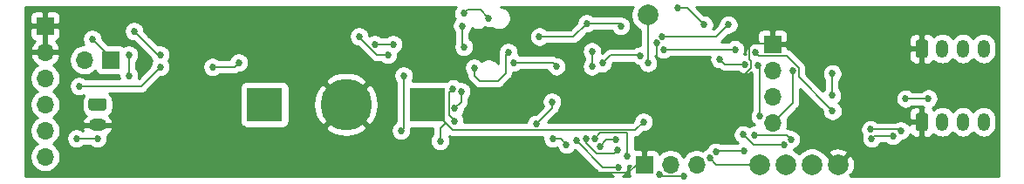
<source format=gbr>
%TF.GenerationSoftware,KiCad,Pcbnew,(5.1.10)-1*%
%TF.CreationDate,2021-07-02T15:13:39-07:00*%
%TF.ProjectId,BivalveBit,42697661-6c76-4654-9269-742e6b696361,A*%
%TF.SameCoordinates,Original*%
%TF.FileFunction,Copper,L2,Bot*%
%TF.FilePolarity,Positive*%
%FSLAX46Y46*%
G04 Gerber Fmt 4.6, Leading zero omitted, Abs format (unit mm)*
G04 Created by KiCad (PCBNEW (5.1.10)-1) date 2021-07-02 15:13:39*
%MOMM*%
%LPD*%
G01*
G04 APERTURE LIST*
%TA.AperFunction,ComponentPad*%
%ADD10O,1.200000X1.750000*%
%TD*%
%TA.AperFunction,SMDPad,CuDef*%
%ADD11C,5.000000*%
%TD*%
%TA.AperFunction,SMDPad,CuDef*%
%ADD12R,3.500000X3.300000*%
%TD*%
%TA.AperFunction,ComponentPad*%
%ADD13O,1.700000X1.700000*%
%TD*%
%TA.AperFunction,ComponentPad*%
%ADD14R,1.700000X1.700000*%
%TD*%
%TA.AperFunction,ComponentPad*%
%ADD15O,1.750000X1.200000*%
%TD*%
%TA.AperFunction,ComponentPad*%
%ADD16C,2.000000*%
%TD*%
%TA.AperFunction,ViaPad*%
%ADD17C,0.685800*%
%TD*%
%TA.AperFunction,Conductor*%
%ADD18C,0.152400*%
%TD*%
%TA.AperFunction,Conductor*%
%ADD19C,0.254000*%
%TD*%
%TA.AperFunction,Conductor*%
%ADD20C,0.100000*%
%TD*%
G04 APERTURE END LIST*
D10*
%TO.P,HEART_SENSOR1,4*%
%TO.N,/SCL1*%
X193972700Y-125399800D03*
%TO.P,HEART_SENSOR1,3*%
%TO.N,/SDA1*%
X191972700Y-125399800D03*
%TO.P,HEART_SENSOR1,2*%
%TO.N,VDD*%
X189972700Y-125399800D03*
%TO.P,HEART_SENSOR1,1*%
%TO.N,GND*%
%TA.AperFunction,ComponentPad*%
G36*
G01*
X187372700Y-126024801D02*
X187372700Y-124774799D01*
G75*
G02*
X187622699Y-124524800I249999J0D01*
G01*
X188322701Y-124524800D01*
G75*
G02*
X188572700Y-124774799I0J-249999D01*
G01*
X188572700Y-126024801D01*
G75*
G02*
X188322701Y-126274800I-249999J0D01*
G01*
X187622699Y-126274800D01*
G75*
G02*
X187372700Y-126024801I0J249999D01*
G01*
G37*
%TD.AperFunction*%
%TD*%
D11*
%TO.P,RTC_BATT1,2*%
%TO.N,GND*%
X132080000Y-130810000D03*
D12*
%TO.P,RTC_BATT1,1*%
%TO.N,+BATT*%
X139980000Y-130810000D03*
X124180000Y-130810000D03*
%TD*%
D13*
%TO.P,J1,2*%
%TO.N,/3V3_FTDI*%
X106680000Y-126492000D03*
D14*
%TO.P,J1,1*%
%TO.N,VBUS*%
X109220000Y-126492000D03*
%TD*%
D15*
%TO.P,PRIMARY_BATTERY1,2*%
%TO.N,GND*%
X107950000Y-132810000D03*
%TO.P,PRIMARY_BATTERY1,1*%
%TO.N,VBUS*%
%TA.AperFunction,ComponentPad*%
G36*
G01*
X107324999Y-130210000D02*
X108575001Y-130210000D01*
G75*
G02*
X108825000Y-130459999I0J-249999D01*
G01*
X108825000Y-131160001D01*
G75*
G02*
X108575001Y-131410000I-249999J0D01*
G01*
X107324999Y-131410000D01*
G75*
G02*
X107075000Y-131160001I0J249999D01*
G01*
X107075000Y-130459999D01*
G75*
G02*
X107324999Y-130210000I249999J0D01*
G01*
G37*
%TD.AperFunction*%
%TD*%
D13*
%TO.P,OLED1,4*%
%TO.N,/SDA*%
X173482000Y-132588000D03*
%TO.P,OLED1,3*%
%TO.N,/SCL*%
X173482000Y-130048000D03*
%TO.P,OLED1,2*%
%TO.N,VBUS*%
X173482000Y-127508000D03*
D14*
%TO.P,OLED1,1*%
%TO.N,GND*%
X173482000Y-124968000D03*
%TD*%
D16*
%TO.P,J7,1*%
%TO.N,/AREF*%
X177292000Y-136652000D03*
%TD*%
D13*
%TO.P,J6,3*%
%TO.N,Net-(J6-Pad3)*%
X166116000Y-136652000D03*
%TO.P,J6,2*%
%TO.N,/PD2*%
X163576000Y-136652000D03*
D14*
%TO.P,J6,1*%
%TO.N,GND*%
X161036000Y-136652000D03*
%TD*%
D16*
%TO.P,J5,1*%
%TO.N,/PD5*%
X174752000Y-136652000D03*
%TD*%
%TO.P,J4,1*%
%TO.N,/PD4*%
X172212000Y-136652000D03*
%TD*%
D10*
%TO.P,HALL_SENSOR1,4*%
%TO.N,/HALL_SLEEP*%
X193972700Y-132511800D03*
%TO.P,HALL_SENSOR1,3*%
%TO.N,/HALL_OUT*%
X191972700Y-132511800D03*
%TO.P,HALL_SENSOR1,2*%
%TO.N,VDD*%
X189972700Y-132511800D03*
%TO.P,HALL_SENSOR1,1*%
%TO.N,GND*%
%TA.AperFunction,ComponentPad*%
G36*
G01*
X187372700Y-133136801D02*
X187372700Y-131886799D01*
G75*
G02*
X187622699Y-131636800I249999J0D01*
G01*
X188322701Y-131636800D01*
G75*
G02*
X188572700Y-131886799I0J-249999D01*
G01*
X188572700Y-133136801D01*
G75*
G02*
X188322701Y-133386800I-249999J0D01*
G01*
X187622699Y-133386800D01*
G75*
G02*
X187372700Y-133136801I0J249999D01*
G01*
G37*
%TD.AperFunction*%
%TD*%
D13*
%TO.P,FTDI1,6*%
%TO.N,/DTR*%
X102870000Y-135890000D03*
%TO.P,FTDI1,5*%
%TO.N,/TO_FTDI_RX*%
X102870000Y-133350000D03*
%TO.P,FTDI1,4*%
%TO.N,/TO_FTDI_TX*%
X102870000Y-130810000D03*
%TO.P,FTDI1,3*%
%TO.N,/3V3_FTDI*%
X102870000Y-128270000D03*
%TO.P,FTDI1,2*%
%TO.N,GND*%
X102870000Y-125730000D03*
D14*
%TO.P,FTDI1,1*%
X102870000Y-123190000D03*
%TD*%
D16*
%TO.P,J8,1*%
%TO.N,GND*%
X179832000Y-136652000D03*
%TD*%
%TO.P,J2,1*%
%TO.N,/32kHz*%
X161366200Y-122135900D03*
%TD*%
D17*
%TO.N,GND*%
X119380000Y-124206000D03*
X114554000Y-136906000D03*
X119634000Y-137414000D03*
X124968000Y-137160000D03*
X136906000Y-137160000D03*
X139954000Y-136652000D03*
X125222000Y-122936000D03*
X133350000Y-122936000D03*
X144527583Y-124202834D03*
X154432000Y-125666500D03*
X157480000Y-129540000D03*
X127000000Y-128016000D03*
X112776000Y-123698000D03*
X169900600Y-128778000D03*
X165671500Y-127952500D03*
X166878000Y-132689600D03*
X171221400Y-124866400D03*
X162230366Y-124842390D03*
X181965600Y-125412500D03*
X182460900Y-130467100D03*
X149313900Y-122186700D03*
X118605300Y-128460500D03*
%TO.N,VBUS*%
X107442000Y-124460000D03*
X142460812Y-129274938D03*
X144526000Y-127254000D03*
X147828000Y-125730000D03*
X136144000Y-125984000D03*
X133350000Y-124206000D03*
X143357589Y-123190000D03*
X143510008Y-125222000D03*
X155448000Y-122936000D03*
X158750000Y-123190000D03*
%TO.N,/TO_FTDI_RX*%
X145948397Y-122428000D03*
X110998000Y-125984000D03*
X110998000Y-128016000D03*
X107950000Y-134112000D03*
X105918000Y-134112000D03*
X143497479Y-121959922D03*
%TO.N,/TO_FTDI_TX*%
X136652000Y-124968000D03*
X134874000Y-124968000D03*
X121666000Y-126746000D03*
X119126000Y-127177500D03*
X114046000Y-127177500D03*
X106172000Y-129032000D03*
%TO.N,/HALL_SLEEP*%
X171704000Y-133794500D03*
X185166000Y-133858000D03*
%TO.N,/HALL_OUT*%
X185928000Y-133350000D03*
X156718000Y-134874000D03*
X153485312Y-134689312D03*
X152146000Y-134112000D03*
X158292800Y-134251700D03*
X170741506Y-135297067D03*
X167970200Y-135432832D03*
%TO.N,/PD4*%
X155423077Y-134112392D03*
%TO.N,/PD5*%
X156261175Y-134099207D03*
%TO.N,/PD2*%
X158496000Y-136906000D03*
X154432000Y-134302500D03*
%TO.N,/MOSI*%
X143256000Y-129540000D03*
%TO.N,/RSV2*%
X137414000Y-133350000D03*
X137668000Y-128016000D03*
%TO.N,/SCL*%
X156972000Y-126809510D03*
%TO.N,/UPDI*%
X148336000Y-126746000D03*
X155956000Y-127114321D03*
X152503013Y-127114321D03*
X155956000Y-125666500D03*
%TO.N,VBUS*%
X179247800Y-129933700D03*
X179285900Y-127825490D03*
X150850600Y-124231400D03*
X142571678Y-132422900D03*
%TO.N,VDD*%
X168325800Y-126415800D03*
X170827700Y-126911100D03*
%TO.N,/HALL_SLEEP*%
X175260000Y-134213610D03*
X183104231Y-134097224D03*
%TO.N,/HALL_OUT*%
X182994300Y-133223000D03*
%TO.N,/SCL1*%
X186385200Y-130251200D03*
X188595000Y-130238500D03*
%TO.N,/PD4*%
X158450111Y-135217249D03*
X167376271Y-136024311D03*
%TO.N,/PD5*%
X159385888Y-135813821D03*
X164909500Y-137769600D03*
X162483800Y-137604890D03*
%TO.N,/AREF*%
X170624500Y-133743700D03*
X174621637Y-134756834D03*
%TO.N,/MOSI*%
X142633313Y-131203313D03*
%TO.N,/SDA*%
X169189400Y-123063000D03*
X172085000Y-126987300D03*
X172273257Y-131975666D03*
X162775900Y-124206000D03*
X175437800Y-127495290D03*
%TO.N,/SCL*%
X160629600Y-126060200D03*
%TO.N,/32kHz*%
X166827200Y-123063000D03*
X164299900Y-121437400D03*
X161391600Y-126796800D03*
%TO.N,+BATT*%
X125222000Y-131826000D03*
X160947100Y-132499100D03*
X141211300Y-134353300D03*
%TO.N,/BATT_MON_EN*%
X150533100Y-132702300D03*
X152069800Y-130556000D03*
%TO.N,/VREG_EN*%
X169849800Y-125463300D03*
X171818300Y-125755400D03*
X162902910Y-125488690D03*
X179302343Y-131438233D03*
%TO.N,/TO_RESET*%
X111506000Y-123698000D03*
X114046000Y-125984000D03*
%TD*%
D18*
%TO.N,GND*%
X107950000Y-132810000D02*
X108236000Y-132810000D01*
X132080000Y-130556000D02*
X132080000Y-130810000D01*
X161036000Y-136652000D02*
X160274000Y-136652000D01*
X159448499Y-137477501D02*
X154241501Y-137477501D01*
X160274000Y-136652000D02*
X159448499Y-137477501D01*
X132080000Y-130810000D02*
X132588000Y-130810000D01*
X173380400Y-124866400D02*
X173482000Y-124968000D01*
X171221400Y-124866400D02*
X173380400Y-124866400D01*
X171221400Y-126458976D02*
X171221400Y-124866400D01*
X171399202Y-126636778D02*
X171221400Y-126458976D01*
X169900600Y-128778000D02*
X171399202Y-127279398D01*
X171399202Y-127279398D02*
X171399202Y-126636778D01*
X165671500Y-127952500D02*
X163817300Y-127952500D01*
X162230366Y-126365566D02*
X162230366Y-124842390D01*
X163817300Y-127952500D02*
X162230366Y-126365566D01*
X181978300Y-125399800D02*
X181965600Y-125412500D01*
X187972700Y-125399800D02*
X181978300Y-125399800D01*
X181965600Y-125412500D02*
X181965600Y-129971800D01*
X181965600Y-129971800D02*
X182460900Y-130467100D01*
%TO.N,VBUS*%
X109220000Y-126238000D02*
X107442000Y-124460000D01*
X109220000Y-126746000D02*
X109220000Y-126238000D01*
X144526000Y-127254000D02*
X144526000Y-128016000D01*
X144526000Y-128016000D02*
X145034000Y-128524000D01*
X145034000Y-128524000D02*
X146812000Y-128524000D01*
X146812000Y-128524000D02*
X147574000Y-127762000D01*
X147574000Y-125984000D02*
X147828000Y-125730000D01*
X147574000Y-127762000D02*
X147574000Y-125984000D01*
X133350000Y-124289822D02*
X133350000Y-124206000D01*
X135044178Y-125984000D02*
X133350000Y-124289822D01*
X136144000Y-125984000D02*
X135044178Y-125984000D01*
X143357589Y-123190000D02*
X143357589Y-125069581D01*
X143357589Y-125069581D02*
X143510008Y-125222000D01*
X155448000Y-122936000D02*
X158496000Y-122936000D01*
X158496000Y-122936000D02*
X158750000Y-123190000D01*
%TO.N,/TO_FTDI_RX*%
X110998000Y-125984000D02*
X110998000Y-128016000D01*
X107950000Y-134112000D02*
X105918000Y-134112000D01*
X145137420Y-121617023D02*
X143840378Y-121617023D01*
X143840378Y-121617023D02*
X143497479Y-121959922D01*
X145948397Y-122428000D02*
X145137420Y-121617023D01*
%TO.N,/TO_FTDI_TX*%
X136652000Y-124968000D02*
X134874000Y-124968000D01*
X121234500Y-127177500D02*
X119126000Y-127177500D01*
X121666000Y-126746000D02*
X121234500Y-127177500D01*
X112191500Y-129032000D02*
X106172000Y-129032000D01*
X114046000Y-127177500D02*
X112191500Y-129032000D01*
%TO.N,/HALL_OUT*%
X152908000Y-134112000D02*
X152146000Y-134112000D01*
X153485312Y-134689312D02*
X152908000Y-134112000D01*
X157340300Y-134251700D02*
X158292800Y-134251700D01*
X156718000Y-134874000D02*
X157340300Y-134251700D01*
X170741506Y-135297067D02*
X168105965Y-135297067D01*
X168105965Y-135297067D02*
X167970200Y-135432832D01*
%TO.N,/PD2*%
X158496000Y-136906000D02*
X157035500Y-136906000D01*
X157035500Y-136906000D02*
X154432000Y-134302500D01*
%TO.N,/RSV2*%
X137414000Y-133350000D02*
X137668000Y-133096000D01*
X137668000Y-133096000D02*
X137668000Y-128016000D01*
%TO.N,/UPDI*%
X148336000Y-126746000D02*
X152134692Y-126746000D01*
X152134692Y-126746000D02*
X152503013Y-127114321D01*
X155956000Y-125666500D02*
X155956000Y-127114321D01*
%TO.N,VBUS*%
X179247800Y-127863590D02*
X179285900Y-127825490D01*
X179247800Y-129933700D02*
X179247800Y-127863590D01*
X155448000Y-122936000D02*
X154152600Y-124231400D01*
X154152600Y-124231400D02*
X150850600Y-124231400D01*
X142061811Y-131825611D02*
X142430500Y-132194300D01*
X142061811Y-129673939D02*
X142061811Y-131825611D01*
X142460812Y-129274938D02*
X142061811Y-129673939D01*
X142430500Y-132281722D02*
X142571678Y-132422900D01*
X142430500Y-132194300D02*
X142430500Y-132281722D01*
%TO.N,VDD*%
X168821100Y-126911100D02*
X168325800Y-126415800D01*
X170827700Y-126911100D02*
X168821100Y-126911100D01*
%TO.N,/HALL_SLEEP*%
X171704000Y-133794500D02*
X174840890Y-133794500D01*
X174840890Y-133794500D02*
X175260000Y-134213610D01*
X185166000Y-133858000D02*
X183343455Y-133858000D01*
X183343455Y-133858000D02*
X183104231Y-134097224D01*
%TO.N,/HALL_OUT*%
X185801000Y-133223000D02*
X182994300Y-133223000D01*
X185928000Y-133350000D02*
X185801000Y-133223000D01*
%TO.N,/SCL1*%
X188582300Y-130251200D02*
X188595000Y-130238500D01*
X186385200Y-130251200D02*
X188582300Y-130251200D01*
%TO.N,/PD4*%
X158107212Y-135560148D02*
X158450111Y-135217249D01*
X155423077Y-134112392D02*
X155423077Y-134597325D01*
X155423077Y-134597325D02*
X156385900Y-135560148D01*
X156385900Y-135560148D02*
X158107212Y-135560148D01*
X168003960Y-136652000D02*
X167376271Y-136024311D01*
X172212000Y-136652000D02*
X168003960Y-136652000D01*
%TO.N,/PD5*%
X162648510Y-137769600D02*
X162483800Y-137604890D01*
X164909500Y-137769600D02*
X162648510Y-137769600D01*
X159385888Y-133648082D02*
X159385888Y-135813821D01*
X156261175Y-134099207D02*
X156781771Y-133578611D01*
X156781771Y-133578611D02*
X159316417Y-133578611D01*
X159316417Y-133578611D02*
X159385888Y-133648082D01*
%TO.N,/AREF*%
X171637634Y-134756834D02*
X174621637Y-134756834D01*
X170624500Y-133743700D02*
X171637634Y-134756834D01*
%TO.N,/MOSI*%
X143256000Y-129540000D02*
X143256000Y-130580626D01*
X143256000Y-130580626D02*
X142633313Y-131203313D01*
%TO.N,/SDA*%
X172199300Y-131901709D02*
X172273257Y-131975666D01*
X172199300Y-127025400D02*
X172199300Y-131901709D01*
X168046400Y-124206000D02*
X162775900Y-124206000D01*
X169189400Y-123063000D02*
X168046400Y-124206000D01*
X175437800Y-130632200D02*
X175437800Y-127495290D01*
X173482000Y-132588000D02*
X175437800Y-130632200D01*
%TO.N,/SCL*%
X157734000Y-126047510D02*
X156972000Y-126809510D01*
X160616910Y-126047510D02*
X160629600Y-126060200D01*
X157734000Y-126047510D02*
X160616910Y-126047510D01*
%TO.N,/32kHz*%
X165201600Y-121437400D02*
X164299900Y-121437400D01*
X166827200Y-123063000D02*
X165201600Y-121437400D01*
X161391600Y-122161300D02*
X161366200Y-122135900D01*
X161391600Y-126796800D02*
X161391600Y-122161300D01*
%TO.N,+BATT*%
X124206000Y-130810000D02*
X125222000Y-131826000D01*
X124180000Y-130810000D02*
X124206000Y-130810000D01*
X141758000Y-132588000D02*
X139980000Y-130810000D01*
X141758000Y-132588000D02*
X141211300Y-133134700D01*
X141211300Y-133134700D02*
X141211300Y-134353300D01*
X160172400Y-133273800D02*
X160947100Y-132499100D01*
X141758000Y-132588000D02*
X142443800Y-133273800D01*
X142443800Y-133273800D02*
X160172400Y-133273800D01*
%TO.N,/BATT_MON_EN*%
X152069800Y-131165600D02*
X152069800Y-130556000D01*
X150533100Y-132702300D02*
X152069800Y-131165600D01*
%TO.N,/VREG_EN*%
X162928300Y-125463300D02*
X162902910Y-125488690D01*
X169849800Y-125463300D02*
X162928300Y-125463300D01*
X176009301Y-127246369D02*
X176009301Y-128145191D01*
X178959444Y-131095334D02*
X179302343Y-131438233D01*
X176009301Y-128145191D02*
X178959444Y-131095334D01*
X174861231Y-126098299D02*
X176009301Y-127246369D01*
X171818300Y-125755400D02*
X172161199Y-126098299D01*
X172161199Y-126098299D02*
X174861231Y-126098299D01*
%TO.N,/TO_RESET*%
X113792000Y-125984000D02*
X114046000Y-125984000D01*
X111506000Y-123698000D02*
X113792000Y-125984000D01*
%TD*%
D19*
%TO.N,GND*%
X159551000Y-136779002D02*
X159709748Y-136779002D01*
X159551000Y-136937750D01*
X159547928Y-137502000D01*
X159560188Y-137626482D01*
X159596498Y-137746180D01*
X159609230Y-137770000D01*
X158963107Y-137770000D01*
X159119375Y-137665585D01*
X159255585Y-137529375D01*
X159362604Y-137369210D01*
X159436320Y-137191243D01*
X159473900Y-137002315D01*
X159473900Y-136809685D01*
X159470327Y-136791721D01*
X159482203Y-136791721D01*
X159551000Y-136778036D01*
X159551000Y-136779002D01*
%TA.AperFunction,Conductor*%
D20*
G36*
X159551000Y-136779002D02*
G01*
X159709748Y-136779002D01*
X159551000Y-136937750D01*
X159547928Y-137502000D01*
X159560188Y-137626482D01*
X159596498Y-137746180D01*
X159609230Y-137770000D01*
X158963107Y-137770000D01*
X159119375Y-137665585D01*
X159255585Y-137529375D01*
X159362604Y-137369210D01*
X159436320Y-137191243D01*
X159473900Y-137002315D01*
X159473900Y-136809685D01*
X159470327Y-136791721D01*
X159482203Y-136791721D01*
X159551000Y-136778036D01*
X159551000Y-136779002D01*
G37*
%TD.AperFunction*%
D19*
X195428000Y-137770000D02*
X181036558Y-137770000D01*
X181083083Y-137723475D01*
X180967415Y-137607807D01*
X181231814Y-137512044D01*
X181372704Y-137222429D01*
X181454384Y-136910892D01*
X181473718Y-136589405D01*
X181429961Y-136270325D01*
X181324795Y-135965912D01*
X181231814Y-135791956D01*
X180967413Y-135696192D01*
X180011605Y-136652000D01*
X180025748Y-136666143D01*
X179846143Y-136845748D01*
X179832000Y-136831605D01*
X179817858Y-136845748D01*
X179638253Y-136666143D01*
X179652395Y-136652000D01*
X178696587Y-135696192D01*
X178634720Y-135718600D01*
X178561987Y-135609748D01*
X178468826Y-135516587D01*
X178876192Y-135516587D01*
X179832000Y-136472395D01*
X180787808Y-135516587D01*
X180692044Y-135252186D01*
X180402429Y-135111296D01*
X180090892Y-135029616D01*
X179769405Y-135010282D01*
X179450325Y-135054039D01*
X179145912Y-135159205D01*
X178971956Y-135252186D01*
X178876192Y-135516587D01*
X178468826Y-135516587D01*
X178334252Y-135382013D01*
X178066463Y-135203082D01*
X177768912Y-135079832D01*
X177453033Y-135017000D01*
X177130967Y-135017000D01*
X176815088Y-135079832D01*
X176517537Y-135203082D01*
X176249748Y-135382013D01*
X176022013Y-135609748D01*
X176022000Y-135609767D01*
X176021987Y-135609748D01*
X175794252Y-135382013D01*
X175526463Y-135203082D01*
X175499835Y-135192052D01*
X175512967Y-135160350D01*
X175545243Y-135153930D01*
X175723210Y-135080214D01*
X175883375Y-134973195D01*
X176019585Y-134836985D01*
X176126604Y-134676820D01*
X176200320Y-134498853D01*
X176237900Y-134309925D01*
X176237900Y-134117295D01*
X176200320Y-133928367D01*
X176126604Y-133750400D01*
X176019585Y-133590235D01*
X175883375Y-133454025D01*
X175723210Y-133347006D01*
X175545243Y-133273290D01*
X175356315Y-133235710D01*
X175281072Y-133235710D01*
X175237923Y-133200298D01*
X175114371Y-133134258D01*
X175089407Y-133126685D01*
X182016400Y-133126685D01*
X182016400Y-133319315D01*
X182053980Y-133508243D01*
X182127696Y-133686210D01*
X182182212Y-133767799D01*
X182163911Y-133811981D01*
X182126331Y-134000909D01*
X182126331Y-134193539D01*
X182163911Y-134382467D01*
X182237627Y-134560434D01*
X182344646Y-134720599D01*
X182480856Y-134856809D01*
X182641021Y-134963828D01*
X182818988Y-135037544D01*
X183007916Y-135075124D01*
X183200546Y-135075124D01*
X183389474Y-135037544D01*
X183567441Y-134963828D01*
X183727606Y-134856809D01*
X183863816Y-134720599D01*
X183964978Y-134569200D01*
X184494240Y-134569200D01*
X184542625Y-134617585D01*
X184702790Y-134724604D01*
X184880757Y-134798320D01*
X185069685Y-134835900D01*
X185262315Y-134835900D01*
X185451243Y-134798320D01*
X185629210Y-134724604D01*
X185789375Y-134617585D01*
X185925585Y-134481375D01*
X186028719Y-134327024D01*
X186213243Y-134290320D01*
X186391210Y-134216604D01*
X186551375Y-134109585D01*
X186687585Y-133973375D01*
X186794604Y-133813210D01*
X186832151Y-133722563D01*
X186842163Y-133741294D01*
X186921515Y-133837985D01*
X187018206Y-133917337D01*
X187128520Y-133976302D01*
X187248218Y-134012612D01*
X187372700Y-134024872D01*
X187686950Y-134021800D01*
X187845700Y-133863050D01*
X187845700Y-132638800D01*
X186896450Y-132638800D01*
X186737700Y-132797550D01*
X186737679Y-132801596D01*
X186687585Y-132726625D01*
X186551375Y-132590415D01*
X186391210Y-132483396D01*
X186213243Y-132409680D01*
X186024315Y-132372100D01*
X185831685Y-132372100D01*
X185642757Y-132409680D01*
X185464790Y-132483396D01*
X185422280Y-132511800D01*
X183666060Y-132511800D01*
X183617675Y-132463415D01*
X183457510Y-132356396D01*
X183279543Y-132282680D01*
X183090615Y-132245100D01*
X182897985Y-132245100D01*
X182709057Y-132282680D01*
X182531090Y-132356396D01*
X182370925Y-132463415D01*
X182234715Y-132599625D01*
X182127696Y-132759790D01*
X182053980Y-132937757D01*
X182016400Y-133126685D01*
X175089407Y-133126685D01*
X174980310Y-133093591D01*
X174883864Y-133084092D01*
X174909932Y-133021158D01*
X174967000Y-132734260D01*
X174967000Y-132441740D01*
X174911759Y-132164028D01*
X175915995Y-131159793D01*
X175943126Y-131137527D01*
X175965393Y-131110395D01*
X175965397Y-131110391D01*
X176032002Y-131029233D01*
X176050497Y-130994632D01*
X176098042Y-130905681D01*
X176138709Y-130771620D01*
X176149000Y-130667136D01*
X176149000Y-130667129D01*
X176152440Y-130632200D01*
X176149000Y-130597272D01*
X176149000Y-129290677D01*
X178324443Y-131466122D01*
X178324443Y-131534548D01*
X178362023Y-131723476D01*
X178435739Y-131901443D01*
X178542758Y-132061608D01*
X178678968Y-132197818D01*
X178839133Y-132304837D01*
X179017100Y-132378553D01*
X179206028Y-132416133D01*
X179398658Y-132416133D01*
X179587586Y-132378553D01*
X179765553Y-132304837D01*
X179925718Y-132197818D01*
X180061928Y-132061608D01*
X180168947Y-131901443D01*
X180242663Y-131723476D01*
X180259903Y-131636800D01*
X186734628Y-131636800D01*
X186737700Y-132226050D01*
X186896450Y-132384800D01*
X187845700Y-132384800D01*
X187845700Y-131160550D01*
X187686950Y-131001800D01*
X187372700Y-130998728D01*
X187248218Y-131010988D01*
X187128520Y-131047298D01*
X187018206Y-131106263D01*
X186921515Y-131185615D01*
X186842163Y-131282306D01*
X186783198Y-131392620D01*
X186746888Y-131512318D01*
X186734628Y-131636800D01*
X180259903Y-131636800D01*
X180280243Y-131534548D01*
X180280243Y-131341918D01*
X180242663Y-131152990D01*
X180168947Y-130975023D01*
X180061928Y-130814858D01*
X179925718Y-130678648D01*
X179901796Y-130662664D01*
X180007385Y-130557075D01*
X180114404Y-130396910D01*
X180188120Y-130218943D01*
X180200861Y-130154885D01*
X185407300Y-130154885D01*
X185407300Y-130347515D01*
X185444880Y-130536443D01*
X185518596Y-130714410D01*
X185625615Y-130874575D01*
X185761825Y-131010785D01*
X185921990Y-131117804D01*
X186099957Y-131191520D01*
X186288885Y-131229100D01*
X186481515Y-131229100D01*
X186670443Y-131191520D01*
X186848410Y-131117804D01*
X187008575Y-131010785D01*
X187056960Y-130962400D01*
X187935940Y-130962400D01*
X187971625Y-130998085D01*
X188131790Y-131105104D01*
X188148305Y-131111945D01*
X188099700Y-131160550D01*
X188099700Y-132384800D01*
X188119700Y-132384800D01*
X188119700Y-132638800D01*
X188099700Y-132638800D01*
X188099700Y-133863050D01*
X188258450Y-134021800D01*
X188572700Y-134024872D01*
X188697182Y-134012612D01*
X188816880Y-133976302D01*
X188927194Y-133917337D01*
X189023885Y-133837985D01*
X189103237Y-133741294D01*
X189129392Y-133692363D01*
X189283252Y-133818633D01*
X189497800Y-133933311D01*
X189730599Y-134003930D01*
X189972700Y-134027775D01*
X190214802Y-134003930D01*
X190447601Y-133933311D01*
X190662149Y-133818633D01*
X190850202Y-133664302D01*
X190972701Y-133515037D01*
X191095199Y-133664302D01*
X191283252Y-133818633D01*
X191497800Y-133933311D01*
X191730599Y-134003930D01*
X191972700Y-134027775D01*
X192214802Y-134003930D01*
X192447601Y-133933311D01*
X192662149Y-133818633D01*
X192850202Y-133664302D01*
X192972701Y-133515037D01*
X193095199Y-133664302D01*
X193283252Y-133818633D01*
X193497800Y-133933311D01*
X193730599Y-134003930D01*
X193972700Y-134027775D01*
X194214802Y-134003930D01*
X194447601Y-133933311D01*
X194662149Y-133818633D01*
X194850202Y-133664302D01*
X195004533Y-133476249D01*
X195119211Y-133261700D01*
X195189830Y-133028901D01*
X195207700Y-132847464D01*
X195207700Y-132176135D01*
X195189830Y-131994698D01*
X195119211Y-131761899D01*
X195004533Y-131547351D01*
X194850202Y-131359298D01*
X194662148Y-131204967D01*
X194447600Y-131090289D01*
X194214801Y-131019670D01*
X193972700Y-130995825D01*
X193730598Y-131019670D01*
X193497799Y-131090289D01*
X193283251Y-131204967D01*
X193095198Y-131359298D01*
X192972700Y-131508563D01*
X192850202Y-131359298D01*
X192662148Y-131204967D01*
X192447600Y-131090289D01*
X192214801Y-131019670D01*
X191972700Y-130995825D01*
X191730598Y-131019670D01*
X191497799Y-131090289D01*
X191283251Y-131204967D01*
X191095198Y-131359298D01*
X190972700Y-131508563D01*
X190850202Y-131359298D01*
X190662148Y-131204967D01*
X190447600Y-131090289D01*
X190214801Y-131019670D01*
X189972700Y-130995825D01*
X189730598Y-131019670D01*
X189497799Y-131090289D01*
X189283251Y-131204967D01*
X189129391Y-131331236D01*
X189103237Y-131282306D01*
X189023885Y-131185615D01*
X188970201Y-131141558D01*
X189058210Y-131105104D01*
X189218375Y-130998085D01*
X189354585Y-130861875D01*
X189461604Y-130701710D01*
X189535320Y-130523743D01*
X189572900Y-130334815D01*
X189572900Y-130142185D01*
X189535320Y-129953257D01*
X189461604Y-129775290D01*
X189354585Y-129615125D01*
X189218375Y-129478915D01*
X189058210Y-129371896D01*
X188880243Y-129298180D01*
X188691315Y-129260600D01*
X188498685Y-129260600D01*
X188309757Y-129298180D01*
X188131790Y-129371896D01*
X187971625Y-129478915D01*
X187910540Y-129540000D01*
X187056960Y-129540000D01*
X187008575Y-129491615D01*
X186848410Y-129384596D01*
X186670443Y-129310880D01*
X186481515Y-129273300D01*
X186288885Y-129273300D01*
X186099957Y-129310880D01*
X185921990Y-129384596D01*
X185761825Y-129491615D01*
X185625615Y-129627825D01*
X185518596Y-129787990D01*
X185444880Y-129965957D01*
X185407300Y-130154885D01*
X180200861Y-130154885D01*
X180225700Y-130030015D01*
X180225700Y-129837385D01*
X180188120Y-129648457D01*
X180114404Y-129470490D01*
X180007385Y-129310325D01*
X179959000Y-129261940D01*
X179959000Y-128535350D01*
X180045485Y-128448865D01*
X180152504Y-128288700D01*
X180226220Y-128110733D01*
X180263800Y-127921805D01*
X180263800Y-127729175D01*
X180226220Y-127540247D01*
X180152504Y-127362280D01*
X180045485Y-127202115D01*
X179909275Y-127065905D01*
X179749110Y-126958886D01*
X179571143Y-126885170D01*
X179382215Y-126847590D01*
X179189585Y-126847590D01*
X179000657Y-126885170D01*
X178822690Y-126958886D01*
X178662525Y-127065905D01*
X178526315Y-127202115D01*
X178419296Y-127362280D01*
X178345580Y-127540247D01*
X178308000Y-127729175D01*
X178308000Y-127921805D01*
X178345580Y-128110733D01*
X178419296Y-128288700D01*
X178526315Y-128448865D01*
X178536601Y-128459151D01*
X178536600Y-129261940D01*
X178488215Y-129310325D01*
X178381196Y-129470490D01*
X178369244Y-129499345D01*
X176720501Y-127850604D01*
X176720501Y-127281294D01*
X176723941Y-127246368D01*
X176720501Y-127211442D01*
X176720501Y-127211433D01*
X176710210Y-127106949D01*
X176669543Y-126972888D01*
X176603503Y-126849336D01*
X176589058Y-126831735D01*
X176536898Y-126768178D01*
X176536894Y-126768174D01*
X176514627Y-126741042D01*
X176487496Y-126718776D01*
X176043520Y-126274800D01*
X186734628Y-126274800D01*
X186746888Y-126399282D01*
X186783198Y-126518980D01*
X186842163Y-126629294D01*
X186921515Y-126725985D01*
X187018206Y-126805337D01*
X187128520Y-126864302D01*
X187248218Y-126900612D01*
X187372700Y-126912872D01*
X187686950Y-126909800D01*
X187845700Y-126751050D01*
X187845700Y-125526800D01*
X186896450Y-125526800D01*
X186737700Y-125685550D01*
X186734628Y-126274800D01*
X176043520Y-126274800D01*
X175388833Y-125620114D01*
X175366558Y-125592972D01*
X175258264Y-125504097D01*
X175134712Y-125438057D01*
X175000651Y-125397390D01*
X174967764Y-125394151D01*
X174967000Y-125253750D01*
X174808250Y-125095000D01*
X173609000Y-125095000D01*
X173609000Y-125115000D01*
X173355000Y-125115000D01*
X173355000Y-125095000D01*
X173335000Y-125095000D01*
X173335000Y-124841000D01*
X173355000Y-124841000D01*
X173355000Y-123641750D01*
X173609000Y-123641750D01*
X173609000Y-124841000D01*
X174808250Y-124841000D01*
X174967000Y-124682250D01*
X174967857Y-124524800D01*
X186734628Y-124524800D01*
X186737700Y-125114050D01*
X186896450Y-125272800D01*
X187845700Y-125272800D01*
X187845700Y-124048550D01*
X188099700Y-124048550D01*
X188099700Y-125272800D01*
X188119700Y-125272800D01*
X188119700Y-125526800D01*
X188099700Y-125526800D01*
X188099700Y-126751050D01*
X188258450Y-126909800D01*
X188572700Y-126912872D01*
X188697182Y-126900612D01*
X188816880Y-126864302D01*
X188927194Y-126805337D01*
X189023885Y-126725985D01*
X189103237Y-126629294D01*
X189129392Y-126580363D01*
X189283252Y-126706633D01*
X189497800Y-126821311D01*
X189730599Y-126891930D01*
X189972700Y-126915775D01*
X190214802Y-126891930D01*
X190447601Y-126821311D01*
X190662149Y-126706633D01*
X190850202Y-126552302D01*
X190972701Y-126403037D01*
X191095199Y-126552302D01*
X191283252Y-126706633D01*
X191497800Y-126821311D01*
X191730599Y-126891930D01*
X191972700Y-126915775D01*
X192214802Y-126891930D01*
X192447601Y-126821311D01*
X192662149Y-126706633D01*
X192850202Y-126552302D01*
X192972701Y-126403037D01*
X193095199Y-126552302D01*
X193283252Y-126706633D01*
X193497800Y-126821311D01*
X193730599Y-126891930D01*
X193972700Y-126915775D01*
X194214802Y-126891930D01*
X194447601Y-126821311D01*
X194662149Y-126706633D01*
X194850202Y-126552302D01*
X195004533Y-126364249D01*
X195119211Y-126149700D01*
X195189830Y-125916901D01*
X195207700Y-125735464D01*
X195207700Y-125064135D01*
X195189830Y-124882698D01*
X195119211Y-124649899D01*
X195004533Y-124435351D01*
X194850202Y-124247298D01*
X194662148Y-124092967D01*
X194447600Y-123978289D01*
X194214801Y-123907670D01*
X193972700Y-123883825D01*
X193730598Y-123907670D01*
X193497799Y-123978289D01*
X193283251Y-124092967D01*
X193095198Y-124247298D01*
X192972700Y-124396563D01*
X192850202Y-124247298D01*
X192662148Y-124092967D01*
X192447600Y-123978289D01*
X192214801Y-123907670D01*
X191972700Y-123883825D01*
X191730598Y-123907670D01*
X191497799Y-123978289D01*
X191283251Y-124092967D01*
X191095198Y-124247298D01*
X190972700Y-124396563D01*
X190850202Y-124247298D01*
X190662148Y-124092967D01*
X190447600Y-123978289D01*
X190214801Y-123907670D01*
X189972700Y-123883825D01*
X189730598Y-123907670D01*
X189497799Y-123978289D01*
X189283251Y-124092967D01*
X189129391Y-124219236D01*
X189103237Y-124170306D01*
X189023885Y-124073615D01*
X188927194Y-123994263D01*
X188816880Y-123935298D01*
X188697182Y-123898988D01*
X188572700Y-123886728D01*
X188258450Y-123889800D01*
X188099700Y-124048550D01*
X187845700Y-124048550D01*
X187686950Y-123889800D01*
X187372700Y-123886728D01*
X187248218Y-123898988D01*
X187128520Y-123935298D01*
X187018206Y-123994263D01*
X186921515Y-124073615D01*
X186842163Y-124170306D01*
X186783198Y-124280620D01*
X186746888Y-124400318D01*
X186734628Y-124524800D01*
X174967857Y-124524800D01*
X174970072Y-124118000D01*
X174957812Y-123993518D01*
X174921502Y-123873820D01*
X174862537Y-123763506D01*
X174783185Y-123666815D01*
X174686494Y-123587463D01*
X174576180Y-123528498D01*
X174456482Y-123492188D01*
X174332000Y-123479928D01*
X173767750Y-123483000D01*
X173609000Y-123641750D01*
X173355000Y-123641750D01*
X173196250Y-123483000D01*
X172632000Y-123479928D01*
X172507518Y-123492188D01*
X172387820Y-123528498D01*
X172277506Y-123587463D01*
X172180815Y-123666815D01*
X172101463Y-123763506D01*
X172042498Y-123873820D01*
X172006188Y-123993518D01*
X171993928Y-124118000D01*
X171997000Y-124682250D01*
X172148418Y-124833668D01*
X172103543Y-124815080D01*
X171914615Y-124777500D01*
X171721985Y-124777500D01*
X171533057Y-124815080D01*
X171355090Y-124888796D01*
X171194925Y-124995815D01*
X171058715Y-125132025D01*
X170951696Y-125292190D01*
X170877980Y-125470157D01*
X170840400Y-125659085D01*
X170840400Y-125851715D01*
X170856608Y-125933200D01*
X170731385Y-125933200D01*
X170708952Y-125937662D01*
X170716404Y-125926510D01*
X170790120Y-125748543D01*
X170827700Y-125559615D01*
X170827700Y-125366985D01*
X170790120Y-125178057D01*
X170716404Y-125000090D01*
X170609385Y-124839925D01*
X170473175Y-124703715D01*
X170313010Y-124596696D01*
X170135043Y-124522980D01*
X169946115Y-124485400D01*
X169753485Y-124485400D01*
X169564557Y-124522980D01*
X169386590Y-124596696D01*
X169226425Y-124703715D01*
X169178040Y-124752100D01*
X168502045Y-124752100D01*
X168551727Y-124711327D01*
X168574002Y-124684185D01*
X169217288Y-124040900D01*
X169285715Y-124040900D01*
X169474643Y-124003320D01*
X169652610Y-123929604D01*
X169812775Y-123822585D01*
X169948985Y-123686375D01*
X170056004Y-123526210D01*
X170129720Y-123348243D01*
X170167300Y-123159315D01*
X170167300Y-122966685D01*
X170129720Y-122777757D01*
X170056004Y-122599790D01*
X169948985Y-122439625D01*
X169812775Y-122303415D01*
X169652610Y-122196396D01*
X169474643Y-122122680D01*
X169285715Y-122085100D01*
X169093085Y-122085100D01*
X168904157Y-122122680D01*
X168726190Y-122196396D01*
X168566025Y-122303415D01*
X168429815Y-122439625D01*
X168322796Y-122599790D01*
X168249080Y-122777757D01*
X168211500Y-122966685D01*
X168211500Y-123035112D01*
X167751813Y-123494800D01*
X167706814Y-123494800D01*
X167767520Y-123348243D01*
X167805100Y-123159315D01*
X167805100Y-122966685D01*
X167767520Y-122777757D01*
X167693804Y-122599790D01*
X167586785Y-122439625D01*
X167450575Y-122303415D01*
X167290410Y-122196396D01*
X167112443Y-122122680D01*
X166923515Y-122085100D01*
X166855088Y-122085100D01*
X166079987Y-121310000D01*
X195428001Y-121310000D01*
X195428000Y-137770000D01*
%TA.AperFunction,Conductor*%
D20*
G36*
X195428000Y-137770000D02*
G01*
X181036558Y-137770000D01*
X181083083Y-137723475D01*
X180967415Y-137607807D01*
X181231814Y-137512044D01*
X181372704Y-137222429D01*
X181454384Y-136910892D01*
X181473718Y-136589405D01*
X181429961Y-136270325D01*
X181324795Y-135965912D01*
X181231814Y-135791956D01*
X180967413Y-135696192D01*
X180011605Y-136652000D01*
X180025748Y-136666143D01*
X179846143Y-136845748D01*
X179832000Y-136831605D01*
X179817858Y-136845748D01*
X179638253Y-136666143D01*
X179652395Y-136652000D01*
X178696587Y-135696192D01*
X178634720Y-135718600D01*
X178561987Y-135609748D01*
X178468826Y-135516587D01*
X178876192Y-135516587D01*
X179832000Y-136472395D01*
X180787808Y-135516587D01*
X180692044Y-135252186D01*
X180402429Y-135111296D01*
X180090892Y-135029616D01*
X179769405Y-135010282D01*
X179450325Y-135054039D01*
X179145912Y-135159205D01*
X178971956Y-135252186D01*
X178876192Y-135516587D01*
X178468826Y-135516587D01*
X178334252Y-135382013D01*
X178066463Y-135203082D01*
X177768912Y-135079832D01*
X177453033Y-135017000D01*
X177130967Y-135017000D01*
X176815088Y-135079832D01*
X176517537Y-135203082D01*
X176249748Y-135382013D01*
X176022013Y-135609748D01*
X176022000Y-135609767D01*
X176021987Y-135609748D01*
X175794252Y-135382013D01*
X175526463Y-135203082D01*
X175499835Y-135192052D01*
X175512967Y-135160350D01*
X175545243Y-135153930D01*
X175723210Y-135080214D01*
X175883375Y-134973195D01*
X176019585Y-134836985D01*
X176126604Y-134676820D01*
X176200320Y-134498853D01*
X176237900Y-134309925D01*
X176237900Y-134117295D01*
X176200320Y-133928367D01*
X176126604Y-133750400D01*
X176019585Y-133590235D01*
X175883375Y-133454025D01*
X175723210Y-133347006D01*
X175545243Y-133273290D01*
X175356315Y-133235710D01*
X175281072Y-133235710D01*
X175237923Y-133200298D01*
X175114371Y-133134258D01*
X175089407Y-133126685D01*
X182016400Y-133126685D01*
X182016400Y-133319315D01*
X182053980Y-133508243D01*
X182127696Y-133686210D01*
X182182212Y-133767799D01*
X182163911Y-133811981D01*
X182126331Y-134000909D01*
X182126331Y-134193539D01*
X182163911Y-134382467D01*
X182237627Y-134560434D01*
X182344646Y-134720599D01*
X182480856Y-134856809D01*
X182641021Y-134963828D01*
X182818988Y-135037544D01*
X183007916Y-135075124D01*
X183200546Y-135075124D01*
X183389474Y-135037544D01*
X183567441Y-134963828D01*
X183727606Y-134856809D01*
X183863816Y-134720599D01*
X183964978Y-134569200D01*
X184494240Y-134569200D01*
X184542625Y-134617585D01*
X184702790Y-134724604D01*
X184880757Y-134798320D01*
X185069685Y-134835900D01*
X185262315Y-134835900D01*
X185451243Y-134798320D01*
X185629210Y-134724604D01*
X185789375Y-134617585D01*
X185925585Y-134481375D01*
X186028719Y-134327024D01*
X186213243Y-134290320D01*
X186391210Y-134216604D01*
X186551375Y-134109585D01*
X186687585Y-133973375D01*
X186794604Y-133813210D01*
X186832151Y-133722563D01*
X186842163Y-133741294D01*
X186921515Y-133837985D01*
X187018206Y-133917337D01*
X187128520Y-133976302D01*
X187248218Y-134012612D01*
X187372700Y-134024872D01*
X187686950Y-134021800D01*
X187845700Y-133863050D01*
X187845700Y-132638800D01*
X186896450Y-132638800D01*
X186737700Y-132797550D01*
X186737679Y-132801596D01*
X186687585Y-132726625D01*
X186551375Y-132590415D01*
X186391210Y-132483396D01*
X186213243Y-132409680D01*
X186024315Y-132372100D01*
X185831685Y-132372100D01*
X185642757Y-132409680D01*
X185464790Y-132483396D01*
X185422280Y-132511800D01*
X183666060Y-132511800D01*
X183617675Y-132463415D01*
X183457510Y-132356396D01*
X183279543Y-132282680D01*
X183090615Y-132245100D01*
X182897985Y-132245100D01*
X182709057Y-132282680D01*
X182531090Y-132356396D01*
X182370925Y-132463415D01*
X182234715Y-132599625D01*
X182127696Y-132759790D01*
X182053980Y-132937757D01*
X182016400Y-133126685D01*
X175089407Y-133126685D01*
X174980310Y-133093591D01*
X174883864Y-133084092D01*
X174909932Y-133021158D01*
X174967000Y-132734260D01*
X174967000Y-132441740D01*
X174911759Y-132164028D01*
X175915995Y-131159793D01*
X175943126Y-131137527D01*
X175965393Y-131110395D01*
X175965397Y-131110391D01*
X176032002Y-131029233D01*
X176050497Y-130994632D01*
X176098042Y-130905681D01*
X176138709Y-130771620D01*
X176149000Y-130667136D01*
X176149000Y-130667129D01*
X176152440Y-130632200D01*
X176149000Y-130597272D01*
X176149000Y-129290677D01*
X178324443Y-131466122D01*
X178324443Y-131534548D01*
X178362023Y-131723476D01*
X178435739Y-131901443D01*
X178542758Y-132061608D01*
X178678968Y-132197818D01*
X178839133Y-132304837D01*
X179017100Y-132378553D01*
X179206028Y-132416133D01*
X179398658Y-132416133D01*
X179587586Y-132378553D01*
X179765553Y-132304837D01*
X179925718Y-132197818D01*
X180061928Y-132061608D01*
X180168947Y-131901443D01*
X180242663Y-131723476D01*
X180259903Y-131636800D01*
X186734628Y-131636800D01*
X186737700Y-132226050D01*
X186896450Y-132384800D01*
X187845700Y-132384800D01*
X187845700Y-131160550D01*
X187686950Y-131001800D01*
X187372700Y-130998728D01*
X187248218Y-131010988D01*
X187128520Y-131047298D01*
X187018206Y-131106263D01*
X186921515Y-131185615D01*
X186842163Y-131282306D01*
X186783198Y-131392620D01*
X186746888Y-131512318D01*
X186734628Y-131636800D01*
X180259903Y-131636800D01*
X180280243Y-131534548D01*
X180280243Y-131341918D01*
X180242663Y-131152990D01*
X180168947Y-130975023D01*
X180061928Y-130814858D01*
X179925718Y-130678648D01*
X179901796Y-130662664D01*
X180007385Y-130557075D01*
X180114404Y-130396910D01*
X180188120Y-130218943D01*
X180200861Y-130154885D01*
X185407300Y-130154885D01*
X185407300Y-130347515D01*
X185444880Y-130536443D01*
X185518596Y-130714410D01*
X185625615Y-130874575D01*
X185761825Y-131010785D01*
X185921990Y-131117804D01*
X186099957Y-131191520D01*
X186288885Y-131229100D01*
X186481515Y-131229100D01*
X186670443Y-131191520D01*
X186848410Y-131117804D01*
X187008575Y-131010785D01*
X187056960Y-130962400D01*
X187935940Y-130962400D01*
X187971625Y-130998085D01*
X188131790Y-131105104D01*
X188148305Y-131111945D01*
X188099700Y-131160550D01*
X188099700Y-132384800D01*
X188119700Y-132384800D01*
X188119700Y-132638800D01*
X188099700Y-132638800D01*
X188099700Y-133863050D01*
X188258450Y-134021800D01*
X188572700Y-134024872D01*
X188697182Y-134012612D01*
X188816880Y-133976302D01*
X188927194Y-133917337D01*
X189023885Y-133837985D01*
X189103237Y-133741294D01*
X189129392Y-133692363D01*
X189283252Y-133818633D01*
X189497800Y-133933311D01*
X189730599Y-134003930D01*
X189972700Y-134027775D01*
X190214802Y-134003930D01*
X190447601Y-133933311D01*
X190662149Y-133818633D01*
X190850202Y-133664302D01*
X190972701Y-133515037D01*
X191095199Y-133664302D01*
X191283252Y-133818633D01*
X191497800Y-133933311D01*
X191730599Y-134003930D01*
X191972700Y-134027775D01*
X192214802Y-134003930D01*
X192447601Y-133933311D01*
X192662149Y-133818633D01*
X192850202Y-133664302D01*
X192972701Y-133515037D01*
X193095199Y-133664302D01*
X193283252Y-133818633D01*
X193497800Y-133933311D01*
X193730599Y-134003930D01*
X193972700Y-134027775D01*
X194214802Y-134003930D01*
X194447601Y-133933311D01*
X194662149Y-133818633D01*
X194850202Y-133664302D01*
X195004533Y-133476249D01*
X195119211Y-133261700D01*
X195189830Y-133028901D01*
X195207700Y-132847464D01*
X195207700Y-132176135D01*
X195189830Y-131994698D01*
X195119211Y-131761899D01*
X195004533Y-131547351D01*
X194850202Y-131359298D01*
X194662148Y-131204967D01*
X194447600Y-131090289D01*
X194214801Y-131019670D01*
X193972700Y-130995825D01*
X193730598Y-131019670D01*
X193497799Y-131090289D01*
X193283251Y-131204967D01*
X193095198Y-131359298D01*
X192972700Y-131508563D01*
X192850202Y-131359298D01*
X192662148Y-131204967D01*
X192447600Y-131090289D01*
X192214801Y-131019670D01*
X191972700Y-130995825D01*
X191730598Y-131019670D01*
X191497799Y-131090289D01*
X191283251Y-131204967D01*
X191095198Y-131359298D01*
X190972700Y-131508563D01*
X190850202Y-131359298D01*
X190662148Y-131204967D01*
X190447600Y-131090289D01*
X190214801Y-131019670D01*
X189972700Y-130995825D01*
X189730598Y-131019670D01*
X189497799Y-131090289D01*
X189283251Y-131204967D01*
X189129391Y-131331236D01*
X189103237Y-131282306D01*
X189023885Y-131185615D01*
X188970201Y-131141558D01*
X189058210Y-131105104D01*
X189218375Y-130998085D01*
X189354585Y-130861875D01*
X189461604Y-130701710D01*
X189535320Y-130523743D01*
X189572900Y-130334815D01*
X189572900Y-130142185D01*
X189535320Y-129953257D01*
X189461604Y-129775290D01*
X189354585Y-129615125D01*
X189218375Y-129478915D01*
X189058210Y-129371896D01*
X188880243Y-129298180D01*
X188691315Y-129260600D01*
X188498685Y-129260600D01*
X188309757Y-129298180D01*
X188131790Y-129371896D01*
X187971625Y-129478915D01*
X187910540Y-129540000D01*
X187056960Y-129540000D01*
X187008575Y-129491615D01*
X186848410Y-129384596D01*
X186670443Y-129310880D01*
X186481515Y-129273300D01*
X186288885Y-129273300D01*
X186099957Y-129310880D01*
X185921990Y-129384596D01*
X185761825Y-129491615D01*
X185625615Y-129627825D01*
X185518596Y-129787990D01*
X185444880Y-129965957D01*
X185407300Y-130154885D01*
X180200861Y-130154885D01*
X180225700Y-130030015D01*
X180225700Y-129837385D01*
X180188120Y-129648457D01*
X180114404Y-129470490D01*
X180007385Y-129310325D01*
X179959000Y-129261940D01*
X179959000Y-128535350D01*
X180045485Y-128448865D01*
X180152504Y-128288700D01*
X180226220Y-128110733D01*
X180263800Y-127921805D01*
X180263800Y-127729175D01*
X180226220Y-127540247D01*
X180152504Y-127362280D01*
X180045485Y-127202115D01*
X179909275Y-127065905D01*
X179749110Y-126958886D01*
X179571143Y-126885170D01*
X179382215Y-126847590D01*
X179189585Y-126847590D01*
X179000657Y-126885170D01*
X178822690Y-126958886D01*
X178662525Y-127065905D01*
X178526315Y-127202115D01*
X178419296Y-127362280D01*
X178345580Y-127540247D01*
X178308000Y-127729175D01*
X178308000Y-127921805D01*
X178345580Y-128110733D01*
X178419296Y-128288700D01*
X178526315Y-128448865D01*
X178536601Y-128459151D01*
X178536600Y-129261940D01*
X178488215Y-129310325D01*
X178381196Y-129470490D01*
X178369244Y-129499345D01*
X176720501Y-127850604D01*
X176720501Y-127281294D01*
X176723941Y-127246368D01*
X176720501Y-127211442D01*
X176720501Y-127211433D01*
X176710210Y-127106949D01*
X176669543Y-126972888D01*
X176603503Y-126849336D01*
X176589058Y-126831735D01*
X176536898Y-126768178D01*
X176536894Y-126768174D01*
X176514627Y-126741042D01*
X176487496Y-126718776D01*
X176043520Y-126274800D01*
X186734628Y-126274800D01*
X186746888Y-126399282D01*
X186783198Y-126518980D01*
X186842163Y-126629294D01*
X186921515Y-126725985D01*
X187018206Y-126805337D01*
X187128520Y-126864302D01*
X187248218Y-126900612D01*
X187372700Y-126912872D01*
X187686950Y-126909800D01*
X187845700Y-126751050D01*
X187845700Y-125526800D01*
X186896450Y-125526800D01*
X186737700Y-125685550D01*
X186734628Y-126274800D01*
X176043520Y-126274800D01*
X175388833Y-125620114D01*
X175366558Y-125592972D01*
X175258264Y-125504097D01*
X175134712Y-125438057D01*
X175000651Y-125397390D01*
X174967764Y-125394151D01*
X174967000Y-125253750D01*
X174808250Y-125095000D01*
X173609000Y-125095000D01*
X173609000Y-125115000D01*
X173355000Y-125115000D01*
X173355000Y-125095000D01*
X173335000Y-125095000D01*
X173335000Y-124841000D01*
X173355000Y-124841000D01*
X173355000Y-123641750D01*
X173609000Y-123641750D01*
X173609000Y-124841000D01*
X174808250Y-124841000D01*
X174967000Y-124682250D01*
X174967857Y-124524800D01*
X186734628Y-124524800D01*
X186737700Y-125114050D01*
X186896450Y-125272800D01*
X187845700Y-125272800D01*
X187845700Y-124048550D01*
X188099700Y-124048550D01*
X188099700Y-125272800D01*
X188119700Y-125272800D01*
X188119700Y-125526800D01*
X188099700Y-125526800D01*
X188099700Y-126751050D01*
X188258450Y-126909800D01*
X188572700Y-126912872D01*
X188697182Y-126900612D01*
X188816880Y-126864302D01*
X188927194Y-126805337D01*
X189023885Y-126725985D01*
X189103237Y-126629294D01*
X189129392Y-126580363D01*
X189283252Y-126706633D01*
X189497800Y-126821311D01*
X189730599Y-126891930D01*
X189972700Y-126915775D01*
X190214802Y-126891930D01*
X190447601Y-126821311D01*
X190662149Y-126706633D01*
X190850202Y-126552302D01*
X190972701Y-126403037D01*
X191095199Y-126552302D01*
X191283252Y-126706633D01*
X191497800Y-126821311D01*
X191730599Y-126891930D01*
X191972700Y-126915775D01*
X192214802Y-126891930D01*
X192447601Y-126821311D01*
X192662149Y-126706633D01*
X192850202Y-126552302D01*
X192972701Y-126403037D01*
X193095199Y-126552302D01*
X193283252Y-126706633D01*
X193497800Y-126821311D01*
X193730599Y-126891930D01*
X193972700Y-126915775D01*
X194214802Y-126891930D01*
X194447601Y-126821311D01*
X194662149Y-126706633D01*
X194850202Y-126552302D01*
X195004533Y-126364249D01*
X195119211Y-126149700D01*
X195189830Y-125916901D01*
X195207700Y-125735464D01*
X195207700Y-125064135D01*
X195189830Y-124882698D01*
X195119211Y-124649899D01*
X195004533Y-124435351D01*
X194850202Y-124247298D01*
X194662148Y-124092967D01*
X194447600Y-123978289D01*
X194214801Y-123907670D01*
X193972700Y-123883825D01*
X193730598Y-123907670D01*
X193497799Y-123978289D01*
X193283251Y-124092967D01*
X193095198Y-124247298D01*
X192972700Y-124396563D01*
X192850202Y-124247298D01*
X192662148Y-124092967D01*
X192447600Y-123978289D01*
X192214801Y-123907670D01*
X191972700Y-123883825D01*
X191730598Y-123907670D01*
X191497799Y-123978289D01*
X191283251Y-124092967D01*
X191095198Y-124247298D01*
X190972700Y-124396563D01*
X190850202Y-124247298D01*
X190662148Y-124092967D01*
X190447600Y-123978289D01*
X190214801Y-123907670D01*
X189972700Y-123883825D01*
X189730598Y-123907670D01*
X189497799Y-123978289D01*
X189283251Y-124092967D01*
X189129391Y-124219236D01*
X189103237Y-124170306D01*
X189023885Y-124073615D01*
X188927194Y-123994263D01*
X188816880Y-123935298D01*
X188697182Y-123898988D01*
X188572700Y-123886728D01*
X188258450Y-123889800D01*
X188099700Y-124048550D01*
X187845700Y-124048550D01*
X187686950Y-123889800D01*
X187372700Y-123886728D01*
X187248218Y-123898988D01*
X187128520Y-123935298D01*
X187018206Y-123994263D01*
X186921515Y-124073615D01*
X186842163Y-124170306D01*
X186783198Y-124280620D01*
X186746888Y-124400318D01*
X186734628Y-124524800D01*
X174967857Y-124524800D01*
X174970072Y-124118000D01*
X174957812Y-123993518D01*
X174921502Y-123873820D01*
X174862537Y-123763506D01*
X174783185Y-123666815D01*
X174686494Y-123587463D01*
X174576180Y-123528498D01*
X174456482Y-123492188D01*
X174332000Y-123479928D01*
X173767750Y-123483000D01*
X173609000Y-123641750D01*
X173355000Y-123641750D01*
X173196250Y-123483000D01*
X172632000Y-123479928D01*
X172507518Y-123492188D01*
X172387820Y-123528498D01*
X172277506Y-123587463D01*
X172180815Y-123666815D01*
X172101463Y-123763506D01*
X172042498Y-123873820D01*
X172006188Y-123993518D01*
X171993928Y-124118000D01*
X171997000Y-124682250D01*
X172148418Y-124833668D01*
X172103543Y-124815080D01*
X171914615Y-124777500D01*
X171721985Y-124777500D01*
X171533057Y-124815080D01*
X171355090Y-124888796D01*
X171194925Y-124995815D01*
X171058715Y-125132025D01*
X170951696Y-125292190D01*
X170877980Y-125470157D01*
X170840400Y-125659085D01*
X170840400Y-125851715D01*
X170856608Y-125933200D01*
X170731385Y-125933200D01*
X170708952Y-125937662D01*
X170716404Y-125926510D01*
X170790120Y-125748543D01*
X170827700Y-125559615D01*
X170827700Y-125366985D01*
X170790120Y-125178057D01*
X170716404Y-125000090D01*
X170609385Y-124839925D01*
X170473175Y-124703715D01*
X170313010Y-124596696D01*
X170135043Y-124522980D01*
X169946115Y-124485400D01*
X169753485Y-124485400D01*
X169564557Y-124522980D01*
X169386590Y-124596696D01*
X169226425Y-124703715D01*
X169178040Y-124752100D01*
X168502045Y-124752100D01*
X168551727Y-124711327D01*
X168574002Y-124684185D01*
X169217288Y-124040900D01*
X169285715Y-124040900D01*
X169474643Y-124003320D01*
X169652610Y-123929604D01*
X169812775Y-123822585D01*
X169948985Y-123686375D01*
X170056004Y-123526210D01*
X170129720Y-123348243D01*
X170167300Y-123159315D01*
X170167300Y-122966685D01*
X170129720Y-122777757D01*
X170056004Y-122599790D01*
X169948985Y-122439625D01*
X169812775Y-122303415D01*
X169652610Y-122196396D01*
X169474643Y-122122680D01*
X169285715Y-122085100D01*
X169093085Y-122085100D01*
X168904157Y-122122680D01*
X168726190Y-122196396D01*
X168566025Y-122303415D01*
X168429815Y-122439625D01*
X168322796Y-122599790D01*
X168249080Y-122777757D01*
X168211500Y-122966685D01*
X168211500Y-123035112D01*
X167751813Y-123494800D01*
X167706814Y-123494800D01*
X167767520Y-123348243D01*
X167805100Y-123159315D01*
X167805100Y-122966685D01*
X167767520Y-122777757D01*
X167693804Y-122599790D01*
X167586785Y-122439625D01*
X167450575Y-122303415D01*
X167290410Y-122196396D01*
X167112443Y-122122680D01*
X166923515Y-122085100D01*
X166855088Y-122085100D01*
X166079987Y-121310000D01*
X195428001Y-121310000D01*
X195428000Y-137770000D01*
G37*
%TD.AperFunction*%
D19*
X142737894Y-121336547D02*
X142630875Y-121496712D01*
X142557159Y-121674679D01*
X142519579Y-121863607D01*
X142519579Y-122056237D01*
X142557159Y-122245165D01*
X142630875Y-122423132D01*
X142675184Y-122489445D01*
X142598004Y-122566625D01*
X142490985Y-122726790D01*
X142417269Y-122904757D01*
X142379689Y-123093685D01*
X142379689Y-123286315D01*
X142417269Y-123475243D01*
X142490985Y-123653210D01*
X142598004Y-123813375D01*
X142646389Y-123861760D01*
X142646390Y-124754321D01*
X142643404Y-124758790D01*
X142569688Y-124936757D01*
X142532108Y-125125685D01*
X142532108Y-125318315D01*
X142569688Y-125507243D01*
X142643404Y-125685210D01*
X142750423Y-125845375D01*
X142886633Y-125981585D01*
X143046798Y-126088604D01*
X143224765Y-126162320D01*
X143413693Y-126199900D01*
X143606323Y-126199900D01*
X143795251Y-126162320D01*
X143973218Y-126088604D01*
X144133383Y-125981585D01*
X144269593Y-125845375D01*
X144376612Y-125685210D01*
X144450328Y-125507243D01*
X144487908Y-125318315D01*
X144487908Y-125125685D01*
X144450328Y-124936757D01*
X144376612Y-124758790D01*
X144269593Y-124598625D01*
X144133383Y-124462415D01*
X144068789Y-124419255D01*
X144068789Y-124135085D01*
X149872700Y-124135085D01*
X149872700Y-124327715D01*
X149910280Y-124516643D01*
X149983996Y-124694610D01*
X150091015Y-124854775D01*
X150227225Y-124990985D01*
X150387390Y-125098004D01*
X150565357Y-125171720D01*
X150754285Y-125209300D01*
X150946915Y-125209300D01*
X151135843Y-125171720D01*
X151313810Y-125098004D01*
X151473975Y-124990985D01*
X151522360Y-124942600D01*
X154117674Y-124942600D01*
X154152600Y-124946040D01*
X154187526Y-124942600D01*
X154187536Y-124942600D01*
X154292020Y-124932309D01*
X154426081Y-124891642D01*
X154549633Y-124825602D01*
X154657927Y-124736727D01*
X154680201Y-124709586D01*
X155475888Y-123913900D01*
X155544315Y-123913900D01*
X155733243Y-123876320D01*
X155911210Y-123802604D01*
X156071375Y-123695585D01*
X156119760Y-123647200D01*
X157880907Y-123647200D01*
X157883396Y-123653210D01*
X157990415Y-123813375D01*
X158126625Y-123949585D01*
X158286790Y-124056604D01*
X158464757Y-124130320D01*
X158653685Y-124167900D01*
X158846315Y-124167900D01*
X159035243Y-124130320D01*
X159213210Y-124056604D01*
X159373375Y-123949585D01*
X159509585Y-123813375D01*
X159616604Y-123653210D01*
X159690320Y-123475243D01*
X159727900Y-123286315D01*
X159727900Y-123093685D01*
X159690320Y-122904757D01*
X159616604Y-122726790D01*
X159509585Y-122566625D01*
X159373375Y-122430415D01*
X159213210Y-122323396D01*
X159035243Y-122249680D01*
X158846315Y-122212100D01*
X158653685Y-122212100D01*
X158570331Y-122228680D01*
X158530936Y-122224800D01*
X158530926Y-122224800D01*
X158496000Y-122221360D01*
X158461074Y-122224800D01*
X156119760Y-122224800D01*
X156071375Y-122176415D01*
X155911210Y-122069396D01*
X155733243Y-121995680D01*
X155544315Y-121958100D01*
X155351685Y-121958100D01*
X155162757Y-121995680D01*
X154984790Y-122069396D01*
X154824625Y-122176415D01*
X154688415Y-122312625D01*
X154581396Y-122472790D01*
X154507680Y-122650757D01*
X154470100Y-122839685D01*
X154470100Y-122908112D01*
X153858013Y-123520200D01*
X151522360Y-123520200D01*
X151473975Y-123471815D01*
X151313810Y-123364796D01*
X151135843Y-123291080D01*
X150946915Y-123253500D01*
X150754285Y-123253500D01*
X150565357Y-123291080D01*
X150387390Y-123364796D01*
X150227225Y-123471815D01*
X150091015Y-123608025D01*
X149983996Y-123768190D01*
X149910280Y-123946157D01*
X149872700Y-124135085D01*
X144068789Y-124135085D01*
X144068789Y-123861760D01*
X144117174Y-123813375D01*
X144224193Y-123653210D01*
X144297909Y-123475243D01*
X144314558Y-123391543D01*
X144371602Y-123429659D01*
X144577304Y-123514863D01*
X144795675Y-123558300D01*
X145018325Y-123558300D01*
X145236696Y-123514863D01*
X145442398Y-123429659D01*
X145583547Y-123335346D01*
X145663154Y-123368320D01*
X145852082Y-123405900D01*
X146044712Y-123405900D01*
X146233640Y-123368320D01*
X146281891Y-123348334D01*
X146403602Y-123429659D01*
X146609304Y-123514863D01*
X146827675Y-123558300D01*
X147050325Y-123558300D01*
X147268696Y-123514863D01*
X147474398Y-123429659D01*
X147659524Y-123305961D01*
X147816961Y-123148524D01*
X147940659Y-122963398D01*
X148025863Y-122757696D01*
X148069300Y-122539325D01*
X148069300Y-122316675D01*
X148025863Y-122098304D01*
X147940659Y-121892602D01*
X147816961Y-121707476D01*
X147659524Y-121550039D01*
X147474398Y-121426341D01*
X147268696Y-121341137D01*
X147112161Y-121310000D01*
X159951651Y-121310000D01*
X159917282Y-121361437D01*
X159794032Y-121658988D01*
X159731200Y-121974867D01*
X159731200Y-122296933D01*
X159794032Y-122612812D01*
X159917282Y-122910363D01*
X160096213Y-123178152D01*
X160323948Y-123405887D01*
X160591737Y-123584818D01*
X160680401Y-123621544D01*
X160680400Y-125082300D01*
X160533285Y-125082300D01*
X160344357Y-125119880D01*
X160166390Y-125193596D01*
X160006225Y-125300615D01*
X159970530Y-125336310D01*
X157768928Y-125336310D01*
X157734000Y-125332870D01*
X157699071Y-125336310D01*
X157699064Y-125336310D01*
X157594580Y-125346601D01*
X157460518Y-125387268D01*
X157336967Y-125453308D01*
X157255809Y-125519912D01*
X157255804Y-125519917D01*
X157228673Y-125542183D01*
X157206407Y-125569314D01*
X156944112Y-125831610D01*
X156920216Y-125831610D01*
X156933900Y-125762815D01*
X156933900Y-125570185D01*
X156896320Y-125381257D01*
X156822604Y-125203290D01*
X156715585Y-125043125D01*
X156579375Y-124906915D01*
X156419210Y-124799896D01*
X156241243Y-124726180D01*
X156052315Y-124688600D01*
X155859685Y-124688600D01*
X155670757Y-124726180D01*
X155492790Y-124799896D01*
X155332625Y-124906915D01*
X155196415Y-125043125D01*
X155089396Y-125203290D01*
X155015680Y-125381257D01*
X154978100Y-125570185D01*
X154978100Y-125762815D01*
X155015680Y-125951743D01*
X155089396Y-126129710D01*
X155196415Y-126289875D01*
X155244800Y-126338260D01*
X155244801Y-126442560D01*
X155196415Y-126490946D01*
X155089396Y-126651111D01*
X155015680Y-126829078D01*
X154978100Y-127018006D01*
X154978100Y-127210636D01*
X155015680Y-127399564D01*
X155089396Y-127577531D01*
X155196415Y-127737696D01*
X155332625Y-127873906D01*
X155492790Y-127980925D01*
X155670757Y-128054641D01*
X155859685Y-128092221D01*
X156052315Y-128092221D01*
X156241243Y-128054641D01*
X156419210Y-127980925D01*
X156579375Y-127873906D01*
X156700681Y-127752600D01*
X156875685Y-127787410D01*
X157068315Y-127787410D01*
X157257243Y-127749830D01*
X157435210Y-127676114D01*
X157595375Y-127569095D01*
X157731585Y-127432885D01*
X157838604Y-127272720D01*
X157912320Y-127094753D01*
X157949900Y-126905825D01*
X157949900Y-126837398D01*
X158028588Y-126758710D01*
X159945150Y-126758710D01*
X160006225Y-126819785D01*
X160166390Y-126926804D01*
X160344357Y-127000520D01*
X160438801Y-127019306D01*
X160451280Y-127082043D01*
X160524996Y-127260010D01*
X160632015Y-127420175D01*
X160768225Y-127556385D01*
X160928390Y-127663404D01*
X161106357Y-127737120D01*
X161295285Y-127774700D01*
X161487915Y-127774700D01*
X161676843Y-127737120D01*
X161854810Y-127663404D01*
X162014975Y-127556385D01*
X162151185Y-127420175D01*
X162258204Y-127260010D01*
X162331920Y-127082043D01*
X162369500Y-126893115D01*
X162369500Y-126700485D01*
X162331920Y-126511557D01*
X162258204Y-126333590D01*
X162151185Y-126173425D01*
X162102800Y-126125040D01*
X162102800Y-126051415D01*
X162143325Y-126112065D01*
X162279535Y-126248275D01*
X162439700Y-126355294D01*
X162617667Y-126429010D01*
X162806595Y-126466590D01*
X162999225Y-126466590D01*
X163188153Y-126429010D01*
X163366120Y-126355294D01*
X163526285Y-126248275D01*
X163600060Y-126174500D01*
X167376739Y-126174500D01*
X167347900Y-126319485D01*
X167347900Y-126512115D01*
X167385480Y-126701043D01*
X167459196Y-126879010D01*
X167566215Y-127039175D01*
X167702425Y-127175385D01*
X167862590Y-127282404D01*
X168040557Y-127356120D01*
X168229485Y-127393700D01*
X168297121Y-127393700D01*
X168315773Y-127416427D01*
X168424067Y-127505302D01*
X168547619Y-127571342D01*
X168681680Y-127612009D01*
X168786164Y-127622300D01*
X168786171Y-127622300D01*
X168821100Y-127625740D01*
X168856028Y-127622300D01*
X170155940Y-127622300D01*
X170204325Y-127670685D01*
X170364490Y-127777704D01*
X170542457Y-127851420D01*
X170731385Y-127889000D01*
X170924015Y-127889000D01*
X171112943Y-127851420D01*
X171290910Y-127777704D01*
X171411721Y-127696981D01*
X171461625Y-127746885D01*
X171488100Y-127764575D01*
X171488101Y-131390561D01*
X171406653Y-131512456D01*
X171332937Y-131690423D01*
X171295357Y-131879351D01*
X171295357Y-132071981D01*
X171332937Y-132260909D01*
X171406653Y-132438876D01*
X171513672Y-132599041D01*
X171649882Y-132735251D01*
X171771629Y-132816600D01*
X171607685Y-132816600D01*
X171418757Y-132854180D01*
X171240790Y-132927896D01*
X171202264Y-132953638D01*
X171087710Y-132877096D01*
X170909743Y-132803380D01*
X170720815Y-132765800D01*
X170528185Y-132765800D01*
X170339257Y-132803380D01*
X170161290Y-132877096D01*
X170001125Y-132984115D01*
X169864915Y-133120325D01*
X169757896Y-133280490D01*
X169684180Y-133458457D01*
X169646600Y-133647385D01*
X169646600Y-133840015D01*
X169684180Y-134028943D01*
X169757896Y-134206910D01*
X169864915Y-134367075D01*
X170001125Y-134503285D01*
X170091765Y-134563848D01*
X170069746Y-134585867D01*
X168462802Y-134585867D01*
X168433410Y-134566228D01*
X168255443Y-134492512D01*
X168066515Y-134454932D01*
X167873885Y-134454932D01*
X167684957Y-134492512D01*
X167506990Y-134566228D01*
X167346825Y-134673247D01*
X167210615Y-134809457D01*
X167103596Y-134969622D01*
X167049015Y-135101393D01*
X166913061Y-135157707D01*
X166752896Y-135264726D01*
X166721972Y-135295650D01*
X166549158Y-135224068D01*
X166262260Y-135167000D01*
X165969740Y-135167000D01*
X165682842Y-135224068D01*
X165412589Y-135336010D01*
X165169368Y-135498525D01*
X164962525Y-135705368D01*
X164846000Y-135879760D01*
X164729475Y-135705368D01*
X164522632Y-135498525D01*
X164279411Y-135336010D01*
X164009158Y-135224068D01*
X163722260Y-135167000D01*
X163429740Y-135167000D01*
X163142842Y-135224068D01*
X162872589Y-135336010D01*
X162629368Y-135498525D01*
X162497513Y-135630380D01*
X162475502Y-135557820D01*
X162416537Y-135447506D01*
X162337185Y-135350815D01*
X162240494Y-135271463D01*
X162130180Y-135212498D01*
X162010482Y-135176188D01*
X161886000Y-135163928D01*
X161321750Y-135167000D01*
X161163000Y-135325750D01*
X161163000Y-136525000D01*
X161183000Y-136525000D01*
X161183000Y-136779000D01*
X161163000Y-136779000D01*
X161163000Y-136799000D01*
X160909000Y-136799000D01*
X160909000Y-136779000D01*
X160889000Y-136779000D01*
X160889000Y-136525000D01*
X160909000Y-136525000D01*
X160909000Y-135325750D01*
X160750250Y-135167000D01*
X160186000Y-135163928D01*
X160124966Y-135169939D01*
X160097088Y-135142061D01*
X160097088Y-133985000D01*
X160137474Y-133985000D01*
X160172400Y-133988440D01*
X160207326Y-133985000D01*
X160207336Y-133985000D01*
X160311820Y-133974709D01*
X160445881Y-133934042D01*
X160569433Y-133868002D01*
X160677727Y-133779127D01*
X160700001Y-133751986D01*
X160974988Y-133477000D01*
X161043415Y-133477000D01*
X161232343Y-133439420D01*
X161410310Y-133365704D01*
X161570475Y-133258685D01*
X161706685Y-133122475D01*
X161813704Y-132962310D01*
X161887420Y-132784343D01*
X161925000Y-132595415D01*
X161925000Y-132402785D01*
X161887420Y-132213857D01*
X161813704Y-132035890D01*
X161706685Y-131875725D01*
X161570475Y-131739515D01*
X161410310Y-131632496D01*
X161232343Y-131558780D01*
X161043415Y-131521200D01*
X160850785Y-131521200D01*
X160661857Y-131558780D01*
X160483890Y-131632496D01*
X160323725Y-131739515D01*
X160187515Y-131875725D01*
X160080496Y-132035890D01*
X160006780Y-132213857D01*
X159969200Y-132402785D01*
X159969200Y-132471212D01*
X159877812Y-132562600D01*
X151678587Y-132562600D01*
X152547995Y-131693193D01*
X152575126Y-131670927D01*
X152597393Y-131643795D01*
X152597397Y-131643791D01*
X152664002Y-131562633D01*
X152694980Y-131504677D01*
X152730042Y-131439081D01*
X152770709Y-131305020D01*
X152778026Y-131230734D01*
X152829385Y-131179375D01*
X152936404Y-131019210D01*
X153010120Y-130841243D01*
X153047700Y-130652315D01*
X153047700Y-130459685D01*
X153010120Y-130270757D01*
X152936404Y-130092790D01*
X152829385Y-129932625D01*
X152693175Y-129796415D01*
X152533010Y-129689396D01*
X152355043Y-129615680D01*
X152166115Y-129578100D01*
X151973485Y-129578100D01*
X151784557Y-129615680D01*
X151606590Y-129689396D01*
X151446425Y-129796415D01*
X151310215Y-129932625D01*
X151203196Y-130092790D01*
X151129480Y-130270757D01*
X151091900Y-130459685D01*
X151091900Y-130652315D01*
X151129480Y-130841243D01*
X151203196Y-131019210D01*
X151206082Y-131023530D01*
X150505213Y-131724400D01*
X150436785Y-131724400D01*
X150247857Y-131761980D01*
X150069890Y-131835696D01*
X149909725Y-131942715D01*
X149773515Y-132078925D01*
X149666496Y-132239090D01*
X149592780Y-132417057D01*
X149563830Y-132562600D01*
X143540948Y-132562600D01*
X143549578Y-132519215D01*
X143549578Y-132326585D01*
X143511998Y-132137657D01*
X143438282Y-131959690D01*
X143366831Y-131852755D01*
X143392898Y-131826688D01*
X143499917Y-131666523D01*
X143573633Y-131488556D01*
X143611213Y-131299628D01*
X143611213Y-131231201D01*
X143734196Y-131108219D01*
X143761327Y-131085953D01*
X143783593Y-131058822D01*
X143783597Y-131058818D01*
X143850202Y-130977659D01*
X143885596Y-130911441D01*
X143916242Y-130854107D01*
X143956909Y-130720046D01*
X143967200Y-130615562D01*
X143967200Y-130615553D01*
X143970640Y-130580627D01*
X143967200Y-130545701D01*
X143967200Y-130211760D01*
X144015585Y-130163375D01*
X144122604Y-130003210D01*
X144196320Y-129825243D01*
X144233900Y-129636315D01*
X144233900Y-129443685D01*
X144196320Y-129254757D01*
X144122604Y-129076790D01*
X144015585Y-128916625D01*
X143879375Y-128780415D01*
X143719210Y-128673396D01*
X143541243Y-128599680D01*
X143352315Y-128562100D01*
X143159685Y-128562100D01*
X143135704Y-128566870D01*
X143084187Y-128515353D01*
X142924022Y-128408334D01*
X142746055Y-128334618D01*
X142557127Y-128297038D01*
X142364497Y-128297038D01*
X142175569Y-128334618D01*
X141997602Y-128408334D01*
X141837437Y-128515353D01*
X141821819Y-128530971D01*
X141730000Y-128521928D01*
X138506061Y-128521928D01*
X138534604Y-128479210D01*
X138608320Y-128301243D01*
X138645900Y-128112315D01*
X138645900Y-127919685D01*
X138608320Y-127730757D01*
X138534604Y-127552790D01*
X138427585Y-127392625D01*
X138291375Y-127256415D01*
X138143616Y-127157685D01*
X143548100Y-127157685D01*
X143548100Y-127350315D01*
X143585680Y-127539243D01*
X143659396Y-127717210D01*
X143766415Y-127877375D01*
X143814800Y-127925760D01*
X143814800Y-127981074D01*
X143811360Y-128016000D01*
X143814800Y-128050926D01*
X143814800Y-128050936D01*
X143825091Y-128155420D01*
X143860582Y-128272415D01*
X143865759Y-128289481D01*
X143931798Y-128413032D01*
X143968532Y-128457792D01*
X144020674Y-128521327D01*
X144047809Y-128543596D01*
X144506407Y-129002195D01*
X144528673Y-129029327D01*
X144555804Y-129051593D01*
X144555808Y-129051597D01*
X144590097Y-129079737D01*
X144636967Y-129118202D01*
X144760519Y-129184242D01*
X144894580Y-129224909D01*
X144999064Y-129235200D01*
X144999081Y-129235200D01*
X145033999Y-129238639D01*
X145068917Y-129235200D01*
X146777074Y-129235200D01*
X146812000Y-129238640D01*
X146846926Y-129235200D01*
X146846936Y-129235200D01*
X146951420Y-129224909D01*
X147085481Y-129184242D01*
X147209033Y-129118202D01*
X147317327Y-129029327D01*
X147339601Y-129002186D01*
X148052200Y-128289589D01*
X148079326Y-128267327D01*
X148101588Y-128240201D01*
X148101598Y-128240191D01*
X148168202Y-128159033D01*
X148234242Y-128035482D01*
X148274909Y-127901420D01*
X148277175Y-127878409D01*
X148285200Y-127796936D01*
X148285200Y-127796929D01*
X148288640Y-127762000D01*
X148285200Y-127727072D01*
X148285200Y-127723900D01*
X148432315Y-127723900D01*
X148621243Y-127686320D01*
X148799210Y-127612604D01*
X148959375Y-127505585D01*
X149007760Y-127457200D01*
X151586567Y-127457200D01*
X151636409Y-127577531D01*
X151743428Y-127737696D01*
X151879638Y-127873906D01*
X152039803Y-127980925D01*
X152217770Y-128054641D01*
X152406698Y-128092221D01*
X152599328Y-128092221D01*
X152788256Y-128054641D01*
X152966223Y-127980925D01*
X153126388Y-127873906D01*
X153262598Y-127737696D01*
X153369617Y-127577531D01*
X153443333Y-127399564D01*
X153480913Y-127210636D01*
X153480913Y-127018006D01*
X153443333Y-126829078D01*
X153369617Y-126651111D01*
X153262598Y-126490946D01*
X153126388Y-126354736D01*
X152966223Y-126247717D01*
X152788256Y-126174001D01*
X152599328Y-126136421D01*
X152502957Y-126136421D01*
X152408173Y-126085758D01*
X152274112Y-126045091D01*
X152169628Y-126034800D01*
X152169618Y-126034800D01*
X152134692Y-126031360D01*
X152099766Y-126034800D01*
X149007760Y-126034800D01*
X148959375Y-125986415D01*
X148799210Y-125879396D01*
X148795636Y-125877916D01*
X148805900Y-125826315D01*
X148805900Y-125633685D01*
X148768320Y-125444757D01*
X148694604Y-125266790D01*
X148587585Y-125106625D01*
X148451375Y-124970415D01*
X148291210Y-124863396D01*
X148113243Y-124789680D01*
X147924315Y-124752100D01*
X147731685Y-124752100D01*
X147542757Y-124789680D01*
X147364790Y-124863396D01*
X147204625Y-124970415D01*
X147068415Y-125106625D01*
X146961396Y-125266790D01*
X146887680Y-125444757D01*
X146850100Y-125633685D01*
X146850100Y-125826315D01*
X146866681Y-125909673D01*
X146859360Y-125984000D01*
X146862801Y-126018936D01*
X146862800Y-126880025D01*
X146800961Y-126787476D01*
X146643524Y-126630039D01*
X146458398Y-126506341D01*
X146252696Y-126421137D01*
X146034325Y-126377700D01*
X145811675Y-126377700D01*
X145593304Y-126421137D01*
X145387602Y-126506341D01*
X145251945Y-126596985D01*
X145149375Y-126494415D01*
X144989210Y-126387396D01*
X144811243Y-126313680D01*
X144622315Y-126276100D01*
X144429685Y-126276100D01*
X144240757Y-126313680D01*
X144062790Y-126387396D01*
X143902625Y-126494415D01*
X143766415Y-126630625D01*
X143659396Y-126790790D01*
X143585680Y-126968757D01*
X143548100Y-127157685D01*
X138143616Y-127157685D01*
X138131210Y-127149396D01*
X137953243Y-127075680D01*
X137764315Y-127038100D01*
X137571685Y-127038100D01*
X137382757Y-127075680D01*
X137204790Y-127149396D01*
X137044625Y-127256415D01*
X136908415Y-127392625D01*
X136801396Y-127552790D01*
X136727680Y-127730757D01*
X136690100Y-127919685D01*
X136690100Y-128112315D01*
X136727680Y-128301243D01*
X136801396Y-128479210D01*
X136908415Y-128639375D01*
X136956801Y-128687761D01*
X136956800Y-132480907D01*
X136950790Y-132483396D01*
X136790625Y-132590415D01*
X136654415Y-132726625D01*
X136547396Y-132886790D01*
X136473680Y-133064757D01*
X136436100Y-133253685D01*
X136436100Y-133446315D01*
X136473680Y-133635243D01*
X136547396Y-133813210D01*
X136654415Y-133973375D01*
X136790625Y-134109585D01*
X136950790Y-134216604D01*
X137128757Y-134290320D01*
X137317685Y-134327900D01*
X137510315Y-134327900D01*
X137699243Y-134290320D01*
X137877210Y-134216604D01*
X138037375Y-134109585D01*
X138173585Y-133973375D01*
X138280604Y-133813210D01*
X138354320Y-133635243D01*
X138391900Y-133446315D01*
X138391900Y-133253685D01*
X138375320Y-133170331D01*
X138379200Y-133130936D01*
X138379200Y-133130927D01*
X138382436Y-133098072D01*
X140500267Y-133098072D01*
X140500100Y-133099765D01*
X140500100Y-133099774D01*
X140496660Y-133134700D01*
X140500100Y-133169626D01*
X140500100Y-133681540D01*
X140451715Y-133729925D01*
X140344696Y-133890090D01*
X140270980Y-134068057D01*
X140233400Y-134256985D01*
X140233400Y-134449615D01*
X140270980Y-134638543D01*
X140344696Y-134816510D01*
X140451715Y-134976675D01*
X140587925Y-135112885D01*
X140748090Y-135219904D01*
X140926057Y-135293620D01*
X141114985Y-135331200D01*
X141307615Y-135331200D01*
X141496543Y-135293620D01*
X141674510Y-135219904D01*
X141834675Y-135112885D01*
X141970885Y-134976675D01*
X142077904Y-134816510D01*
X142151620Y-134638543D01*
X142189200Y-134449615D01*
X142189200Y-134256985D01*
X142151620Y-134068057D01*
X142077904Y-133890090D01*
X142072245Y-133881620D01*
X142170318Y-133934042D01*
X142277177Y-133966457D01*
X142304380Y-133974709D01*
X142408864Y-133985000D01*
X142408871Y-133985000D01*
X142443800Y-133988440D01*
X142478728Y-133985000D01*
X151174204Y-133985000D01*
X151168100Y-134015685D01*
X151168100Y-134208315D01*
X151205680Y-134397243D01*
X151279396Y-134575210D01*
X151386415Y-134735375D01*
X151522625Y-134871585D01*
X151682790Y-134978604D01*
X151860757Y-135052320D01*
X152049685Y-135089900D01*
X152242315Y-135089900D01*
X152431243Y-135052320D01*
X152555828Y-135000715D01*
X152618708Y-135152522D01*
X152725727Y-135312687D01*
X152861937Y-135448897D01*
X153022102Y-135555916D01*
X153200069Y-135629632D01*
X153388997Y-135667212D01*
X153581627Y-135667212D01*
X153770555Y-135629632D01*
X153948522Y-135555916D01*
X154108687Y-135448897D01*
X154244897Y-135312687D01*
X154274591Y-135268248D01*
X154335685Y-135280400D01*
X154404113Y-135280400D01*
X156507903Y-137384191D01*
X156530173Y-137411327D01*
X156638467Y-137500202D01*
X156762019Y-137566242D01*
X156896080Y-137606909D01*
X157000564Y-137617200D01*
X157000573Y-137617200D01*
X157035499Y-137620640D01*
X157070425Y-137617200D01*
X157824240Y-137617200D01*
X157872625Y-137665585D01*
X158028893Y-137770000D01*
X100990000Y-137770000D01*
X100990000Y-128123740D01*
X101385000Y-128123740D01*
X101385000Y-128416260D01*
X101442068Y-128703158D01*
X101554010Y-128973411D01*
X101716525Y-129216632D01*
X101923368Y-129423475D01*
X102097760Y-129540000D01*
X101923368Y-129656525D01*
X101716525Y-129863368D01*
X101554010Y-130106589D01*
X101442068Y-130376842D01*
X101385000Y-130663740D01*
X101385000Y-130956260D01*
X101442068Y-131243158D01*
X101554010Y-131513411D01*
X101716525Y-131756632D01*
X101923368Y-131963475D01*
X102097760Y-132080000D01*
X101923368Y-132196525D01*
X101716525Y-132403368D01*
X101554010Y-132646589D01*
X101442068Y-132916842D01*
X101385000Y-133203740D01*
X101385000Y-133496260D01*
X101442068Y-133783158D01*
X101554010Y-134053411D01*
X101716525Y-134296632D01*
X101923368Y-134503475D01*
X102097760Y-134620000D01*
X101923368Y-134736525D01*
X101716525Y-134943368D01*
X101554010Y-135186589D01*
X101442068Y-135456842D01*
X101385000Y-135743740D01*
X101385000Y-136036260D01*
X101442068Y-136323158D01*
X101554010Y-136593411D01*
X101716525Y-136836632D01*
X101923368Y-137043475D01*
X102166589Y-137205990D01*
X102436842Y-137317932D01*
X102723740Y-137375000D01*
X103016260Y-137375000D01*
X103303158Y-137317932D01*
X103573411Y-137205990D01*
X103816632Y-137043475D01*
X104023475Y-136836632D01*
X104185990Y-136593411D01*
X104297932Y-136323158D01*
X104355000Y-136036260D01*
X104355000Y-135743740D01*
X104297932Y-135456842D01*
X104185990Y-135186589D01*
X104023475Y-134943368D01*
X103816632Y-134736525D01*
X103642240Y-134620000D01*
X103816632Y-134503475D01*
X104023475Y-134296632D01*
X104185990Y-134053411D01*
X104201616Y-134015685D01*
X104940100Y-134015685D01*
X104940100Y-134208315D01*
X104977680Y-134397243D01*
X105051396Y-134575210D01*
X105158415Y-134735375D01*
X105294625Y-134871585D01*
X105454790Y-134978604D01*
X105632757Y-135052320D01*
X105821685Y-135089900D01*
X106014315Y-135089900D01*
X106203243Y-135052320D01*
X106381210Y-134978604D01*
X106541375Y-134871585D01*
X106589760Y-134823200D01*
X107278240Y-134823200D01*
X107326625Y-134871585D01*
X107486790Y-134978604D01*
X107664757Y-135052320D01*
X107853685Y-135089900D01*
X108046315Y-135089900D01*
X108235243Y-135052320D01*
X108413210Y-134978604D01*
X108573375Y-134871585D01*
X108709585Y-134735375D01*
X108816604Y-134575210D01*
X108890320Y-134397243D01*
X108927900Y-134208315D01*
X108927900Y-134015685D01*
X108894669Y-133848623D01*
X109016725Y-133766307D01*
X109188078Y-133593474D01*
X109322421Y-133390533D01*
X109414591Y-133165282D01*
X109418462Y-133127609D01*
X109293731Y-132937000D01*
X108077000Y-132937000D01*
X108077000Y-132957000D01*
X107823000Y-132957000D01*
X107823000Y-132937000D01*
X106606269Y-132937000D01*
X106481538Y-133127609D01*
X106485409Y-133165282D01*
X106576253Y-133387293D01*
X106541375Y-133352415D01*
X106381210Y-133245396D01*
X106203243Y-133171680D01*
X106014315Y-133134100D01*
X105821685Y-133134100D01*
X105632757Y-133171680D01*
X105454790Y-133245396D01*
X105294625Y-133352415D01*
X105158415Y-133488625D01*
X105051396Y-133648790D01*
X104977680Y-133826757D01*
X104940100Y-134015685D01*
X104201616Y-134015685D01*
X104297932Y-133783158D01*
X104355000Y-133496260D01*
X104355000Y-133203740D01*
X104297932Y-132916842D01*
X104185990Y-132646589D01*
X104023475Y-132403368D01*
X103816632Y-132196525D01*
X103642240Y-132080000D01*
X103816632Y-131963475D01*
X104023475Y-131756632D01*
X104185990Y-131513411D01*
X104297932Y-131243158D01*
X104355000Y-130956260D01*
X104355000Y-130663740D01*
X104297932Y-130376842D01*
X104185990Y-130106589D01*
X104023475Y-129863368D01*
X103816632Y-129656525D01*
X103642240Y-129540000D01*
X103816632Y-129423475D01*
X104023475Y-129216632D01*
X104185990Y-128973411D01*
X104201616Y-128935685D01*
X105194100Y-128935685D01*
X105194100Y-129128315D01*
X105231680Y-129317243D01*
X105305396Y-129495210D01*
X105412415Y-129655375D01*
X105548625Y-129791585D01*
X105708790Y-129898604D01*
X105886757Y-129972320D01*
X106075685Y-130009900D01*
X106268315Y-130009900D01*
X106457243Y-129972320D01*
X106635210Y-129898604D01*
X106651149Y-129887954D01*
X106586595Y-129966613D01*
X106504528Y-130120149D01*
X106453992Y-130286745D01*
X106436928Y-130459999D01*
X106436928Y-131160001D01*
X106453992Y-131333255D01*
X106504528Y-131499851D01*
X106586595Y-131653387D01*
X106697038Y-131787962D01*
X106831613Y-131898405D01*
X106836406Y-131900967D01*
X106711922Y-132026526D01*
X106577579Y-132229467D01*
X106485409Y-132454718D01*
X106481538Y-132492391D01*
X106606269Y-132683000D01*
X107823000Y-132683000D01*
X107823000Y-132663000D01*
X108077000Y-132663000D01*
X108077000Y-132683000D01*
X109293731Y-132683000D01*
X109418462Y-132492391D01*
X109414591Y-132454718D01*
X109322421Y-132229467D01*
X109188078Y-132026526D01*
X109063594Y-131900967D01*
X109068387Y-131898405D01*
X109202962Y-131787962D01*
X109313405Y-131653387D01*
X109395472Y-131499851D01*
X109446008Y-131333255D01*
X109463072Y-131160001D01*
X109463072Y-130459999D01*
X109446008Y-130286745D01*
X109395472Y-130120149D01*
X109313405Y-129966613D01*
X109202962Y-129832038D01*
X109094713Y-129743200D01*
X112156574Y-129743200D01*
X112191500Y-129746640D01*
X112226426Y-129743200D01*
X112226436Y-129743200D01*
X112330920Y-129732909D01*
X112464981Y-129692242D01*
X112588533Y-129626202D01*
X112696827Y-129537327D01*
X112719102Y-129510185D01*
X113069287Y-129160000D01*
X121791928Y-129160000D01*
X121791928Y-132460000D01*
X121804188Y-132584482D01*
X121840498Y-132704180D01*
X121899463Y-132814494D01*
X121978815Y-132911185D01*
X122075506Y-132990537D01*
X122185820Y-133049502D01*
X122305518Y-133085812D01*
X122430000Y-133098072D01*
X125930000Y-133098072D01*
X126054482Y-133085812D01*
X126174180Y-133049502D01*
X126242192Y-133013148D01*
X130056457Y-133013148D01*
X130332627Y-133431118D01*
X130877557Y-133721649D01*
X131468696Y-133900287D01*
X132083328Y-133960168D01*
X132697831Y-133898990D01*
X133288592Y-133719103D01*
X133827373Y-133431118D01*
X134103543Y-133013148D01*
X132080000Y-130989605D01*
X130056457Y-133013148D01*
X126242192Y-133013148D01*
X126284494Y-132990537D01*
X126381185Y-132911185D01*
X126460537Y-132814494D01*
X126519502Y-132704180D01*
X126555812Y-132584482D01*
X126568072Y-132460000D01*
X126568072Y-130813328D01*
X128929832Y-130813328D01*
X128991010Y-131427831D01*
X129170897Y-132018592D01*
X129458882Y-132557373D01*
X129876852Y-132833543D01*
X131900395Y-130810000D01*
X132259605Y-130810000D01*
X134283148Y-132833543D01*
X134701118Y-132557373D01*
X134991649Y-132012443D01*
X135170287Y-131421304D01*
X135230168Y-130806672D01*
X135168990Y-130192169D01*
X134989103Y-129601408D01*
X134701118Y-129062627D01*
X134283148Y-128786457D01*
X132259605Y-130810000D01*
X131900395Y-130810000D01*
X129876852Y-128786457D01*
X129458882Y-129062627D01*
X129168351Y-129607557D01*
X128989713Y-130198696D01*
X128929832Y-130813328D01*
X126568072Y-130813328D01*
X126568072Y-129160000D01*
X126555812Y-129035518D01*
X126519502Y-128915820D01*
X126460537Y-128805506D01*
X126381185Y-128708815D01*
X126284494Y-128629463D01*
X126242193Y-128606852D01*
X130056457Y-128606852D01*
X132080000Y-130630395D01*
X134103543Y-128606852D01*
X133827373Y-128188882D01*
X133282443Y-127898351D01*
X132691304Y-127719713D01*
X132076672Y-127659832D01*
X131462169Y-127721010D01*
X130871408Y-127900897D01*
X130332627Y-128188882D01*
X130056457Y-128606852D01*
X126242193Y-128606852D01*
X126174180Y-128570498D01*
X126054482Y-128534188D01*
X125930000Y-128521928D01*
X122430000Y-128521928D01*
X122305518Y-128534188D01*
X122185820Y-128570498D01*
X122075506Y-128629463D01*
X121978815Y-128708815D01*
X121899463Y-128805506D01*
X121840498Y-128915820D01*
X121804188Y-129035518D01*
X121791928Y-129160000D01*
X113069287Y-129160000D01*
X114073888Y-128155400D01*
X114142315Y-128155400D01*
X114331243Y-128117820D01*
X114509210Y-128044104D01*
X114669375Y-127937085D01*
X114805585Y-127800875D01*
X114912604Y-127640710D01*
X114986320Y-127462743D01*
X115023900Y-127273815D01*
X115023900Y-127081185D01*
X118148100Y-127081185D01*
X118148100Y-127273815D01*
X118185680Y-127462743D01*
X118259396Y-127640710D01*
X118366415Y-127800875D01*
X118502625Y-127937085D01*
X118662790Y-128044104D01*
X118840757Y-128117820D01*
X119029685Y-128155400D01*
X119222315Y-128155400D01*
X119411243Y-128117820D01*
X119589210Y-128044104D01*
X119749375Y-127937085D01*
X119797760Y-127888700D01*
X121199574Y-127888700D01*
X121234500Y-127892140D01*
X121269426Y-127888700D01*
X121269436Y-127888700D01*
X121373920Y-127878409D01*
X121507981Y-127837742D01*
X121631533Y-127771702D01*
X121689780Y-127723900D01*
X121762315Y-127723900D01*
X121951243Y-127686320D01*
X122129210Y-127612604D01*
X122289375Y-127505585D01*
X122425585Y-127369375D01*
X122532604Y-127209210D01*
X122606320Y-127031243D01*
X122643900Y-126842315D01*
X122643900Y-126649685D01*
X122606320Y-126460757D01*
X122532604Y-126282790D01*
X122425585Y-126122625D01*
X122289375Y-125986415D01*
X122129210Y-125879396D01*
X121951243Y-125805680D01*
X121762315Y-125768100D01*
X121569685Y-125768100D01*
X121380757Y-125805680D01*
X121202790Y-125879396D01*
X121042625Y-125986415D01*
X120906415Y-126122625D01*
X120799396Y-126282790D01*
X120725680Y-126460757D01*
X120724577Y-126466300D01*
X119797760Y-126466300D01*
X119749375Y-126417915D01*
X119589210Y-126310896D01*
X119411243Y-126237180D01*
X119222315Y-126199600D01*
X119029685Y-126199600D01*
X118840757Y-126237180D01*
X118662790Y-126310896D01*
X118502625Y-126417915D01*
X118366415Y-126554125D01*
X118259396Y-126714290D01*
X118185680Y-126892257D01*
X118148100Y-127081185D01*
X115023900Y-127081185D01*
X114986320Y-126892257D01*
X114912604Y-126714290D01*
X114823375Y-126580750D01*
X114912604Y-126447210D01*
X114986320Y-126269243D01*
X115023900Y-126080315D01*
X115023900Y-125887685D01*
X114986320Y-125698757D01*
X114912604Y-125520790D01*
X114805585Y-125360625D01*
X114669375Y-125224415D01*
X114509210Y-125117396D01*
X114331243Y-125043680D01*
X114142315Y-125006100D01*
X113949685Y-125006100D01*
X113841423Y-125027635D01*
X112923473Y-124109685D01*
X132372100Y-124109685D01*
X132372100Y-124302315D01*
X132409680Y-124491243D01*
X132483396Y-124669210D01*
X132590415Y-124829375D01*
X132726625Y-124965585D01*
X132886790Y-125072604D01*
X133064757Y-125146320D01*
X133234468Y-125180078D01*
X134516585Y-126462196D01*
X134538851Y-126489327D01*
X134565982Y-126511593D01*
X134565987Y-126511598D01*
X134645058Y-126576489D01*
X134647145Y-126578202D01*
X134770697Y-126644242D01*
X134904758Y-126684909D01*
X135009242Y-126695200D01*
X135009249Y-126695200D01*
X135044178Y-126698640D01*
X135079106Y-126695200D01*
X135472240Y-126695200D01*
X135520625Y-126743585D01*
X135680790Y-126850604D01*
X135858757Y-126924320D01*
X136047685Y-126961900D01*
X136240315Y-126961900D01*
X136429243Y-126924320D01*
X136607210Y-126850604D01*
X136767375Y-126743585D01*
X136903585Y-126607375D01*
X137010604Y-126447210D01*
X137084320Y-126269243D01*
X137121900Y-126080315D01*
X137121900Y-125887685D01*
X137111636Y-125836084D01*
X137115210Y-125834604D01*
X137275375Y-125727585D01*
X137411585Y-125591375D01*
X137518604Y-125431210D01*
X137592320Y-125253243D01*
X137629900Y-125064315D01*
X137629900Y-124871685D01*
X137592320Y-124682757D01*
X137518604Y-124504790D01*
X137411585Y-124344625D01*
X137275375Y-124208415D01*
X137115210Y-124101396D01*
X136937243Y-124027680D01*
X136748315Y-123990100D01*
X136555685Y-123990100D01*
X136366757Y-124027680D01*
X136188790Y-124101396D01*
X136028625Y-124208415D01*
X135980240Y-124256800D01*
X135545760Y-124256800D01*
X135497375Y-124208415D01*
X135337210Y-124101396D01*
X135159243Y-124027680D01*
X134970315Y-123990100D01*
X134777685Y-123990100D01*
X134588757Y-124027680D01*
X134410790Y-124101396D01*
X134327900Y-124156781D01*
X134327900Y-124109685D01*
X134290320Y-123920757D01*
X134216604Y-123742790D01*
X134109585Y-123582625D01*
X133973375Y-123446415D01*
X133813210Y-123339396D01*
X133635243Y-123265680D01*
X133446315Y-123228100D01*
X133253685Y-123228100D01*
X133064757Y-123265680D01*
X132886790Y-123339396D01*
X132726625Y-123446415D01*
X132590415Y-123582625D01*
X132483396Y-123742790D01*
X132409680Y-123920757D01*
X132372100Y-124109685D01*
X112923473Y-124109685D01*
X112483900Y-123670113D01*
X112483900Y-123601685D01*
X112446320Y-123412757D01*
X112372604Y-123234790D01*
X112265585Y-123074625D01*
X112129375Y-122938415D01*
X111969210Y-122831396D01*
X111791243Y-122757680D01*
X111602315Y-122720100D01*
X111409685Y-122720100D01*
X111220757Y-122757680D01*
X111042790Y-122831396D01*
X110882625Y-122938415D01*
X110746415Y-123074625D01*
X110639396Y-123234790D01*
X110565680Y-123412757D01*
X110528100Y-123601685D01*
X110528100Y-123794315D01*
X110565680Y-123983243D01*
X110639396Y-124161210D01*
X110746415Y-124321375D01*
X110882625Y-124457585D01*
X111042790Y-124564604D01*
X111220757Y-124638320D01*
X111409685Y-124675900D01*
X111478113Y-124675900D01*
X113129881Y-126327670D01*
X113179396Y-126447210D01*
X113268625Y-126580750D01*
X113179396Y-126714290D01*
X113105680Y-126892257D01*
X113068100Y-127081185D01*
X113068100Y-127149612D01*
X111943745Y-128273967D01*
X111975900Y-128112315D01*
X111975900Y-127919685D01*
X111938320Y-127730757D01*
X111864604Y-127552790D01*
X111757585Y-127392625D01*
X111709200Y-127344240D01*
X111709200Y-126655760D01*
X111757585Y-126607375D01*
X111864604Y-126447210D01*
X111938320Y-126269243D01*
X111975900Y-126080315D01*
X111975900Y-125887685D01*
X111938320Y-125698757D01*
X111864604Y-125520790D01*
X111757585Y-125360625D01*
X111621375Y-125224415D01*
X111461210Y-125117396D01*
X111283243Y-125043680D01*
X111094315Y-125006100D01*
X110901685Y-125006100D01*
X110712757Y-125043680D01*
X110534790Y-125117396D01*
X110477978Y-125155356D01*
X110424494Y-125111463D01*
X110314180Y-125052498D01*
X110194482Y-125016188D01*
X110070000Y-125003928D01*
X108991716Y-125003928D01*
X108419900Y-124432112D01*
X108419900Y-124363685D01*
X108382320Y-124174757D01*
X108308604Y-123996790D01*
X108201585Y-123836625D01*
X108065375Y-123700415D01*
X107905210Y-123593396D01*
X107727243Y-123519680D01*
X107538315Y-123482100D01*
X107345685Y-123482100D01*
X107156757Y-123519680D01*
X106978790Y-123593396D01*
X106818625Y-123700415D01*
X106682415Y-123836625D01*
X106575396Y-123996790D01*
X106501680Y-124174757D01*
X106464100Y-124363685D01*
X106464100Y-124556315D01*
X106501680Y-124745243D01*
X106575396Y-124923210D01*
X106631383Y-125007000D01*
X106533740Y-125007000D01*
X106246842Y-125064068D01*
X105976589Y-125176010D01*
X105733368Y-125338525D01*
X105526525Y-125545368D01*
X105364010Y-125788589D01*
X105252068Y-126058842D01*
X105195000Y-126345740D01*
X105195000Y-126638260D01*
X105252068Y-126925158D01*
X105364010Y-127195411D01*
X105526525Y-127438632D01*
X105733368Y-127645475D01*
X105976589Y-127807990D01*
X106246842Y-127919932D01*
X106533740Y-127977000D01*
X106826260Y-127977000D01*
X107113158Y-127919932D01*
X107383411Y-127807990D01*
X107626632Y-127645475D01*
X107758487Y-127513620D01*
X107780498Y-127586180D01*
X107839463Y-127696494D01*
X107918815Y-127793185D01*
X108015506Y-127872537D01*
X108125820Y-127931502D01*
X108245518Y-127967812D01*
X108370000Y-127980072D01*
X110020100Y-127980072D01*
X110020100Y-128112315D01*
X110057680Y-128301243D01*
X110065781Y-128320800D01*
X106843760Y-128320800D01*
X106795375Y-128272415D01*
X106635210Y-128165396D01*
X106457243Y-128091680D01*
X106268315Y-128054100D01*
X106075685Y-128054100D01*
X105886757Y-128091680D01*
X105708790Y-128165396D01*
X105548625Y-128272415D01*
X105412415Y-128408625D01*
X105305396Y-128568790D01*
X105231680Y-128746757D01*
X105194100Y-128935685D01*
X104201616Y-128935685D01*
X104297932Y-128703158D01*
X104355000Y-128416260D01*
X104355000Y-128123740D01*
X104297932Y-127836842D01*
X104185990Y-127566589D01*
X104023475Y-127323368D01*
X103816632Y-127116525D01*
X103634466Y-126994805D01*
X103751355Y-126925178D01*
X103967588Y-126730269D01*
X104141641Y-126496920D01*
X104266825Y-126234099D01*
X104311476Y-126086890D01*
X104190155Y-125857000D01*
X102997000Y-125857000D01*
X102997000Y-125877000D01*
X102743000Y-125877000D01*
X102743000Y-125857000D01*
X101549845Y-125857000D01*
X101428524Y-126086890D01*
X101473175Y-126234099D01*
X101598359Y-126496920D01*
X101772412Y-126730269D01*
X101988645Y-126925178D01*
X102105534Y-126994805D01*
X101923368Y-127116525D01*
X101716525Y-127323368D01*
X101554010Y-127566589D01*
X101442068Y-127836842D01*
X101385000Y-128123740D01*
X100990000Y-128123740D01*
X100990000Y-124040000D01*
X101381928Y-124040000D01*
X101394188Y-124164482D01*
X101430498Y-124284180D01*
X101489463Y-124394494D01*
X101568815Y-124491185D01*
X101665506Y-124570537D01*
X101775820Y-124629502D01*
X101856466Y-124653966D01*
X101772412Y-124729731D01*
X101598359Y-124963080D01*
X101473175Y-125225901D01*
X101428524Y-125373110D01*
X101549845Y-125603000D01*
X102743000Y-125603000D01*
X102743000Y-123317000D01*
X102997000Y-123317000D01*
X102997000Y-125603000D01*
X104190155Y-125603000D01*
X104311476Y-125373110D01*
X104266825Y-125225901D01*
X104141641Y-124963080D01*
X103967588Y-124729731D01*
X103883534Y-124653966D01*
X103964180Y-124629502D01*
X104074494Y-124570537D01*
X104171185Y-124491185D01*
X104250537Y-124394494D01*
X104309502Y-124284180D01*
X104345812Y-124164482D01*
X104358072Y-124040000D01*
X104355000Y-123475750D01*
X104196250Y-123317000D01*
X102997000Y-123317000D01*
X102743000Y-123317000D01*
X101543750Y-123317000D01*
X101385000Y-123475750D01*
X101381928Y-124040000D01*
X100990000Y-124040000D01*
X100990000Y-122340000D01*
X101381928Y-122340000D01*
X101385000Y-122904250D01*
X101543750Y-123063000D01*
X102743000Y-123063000D01*
X102743000Y-121863750D01*
X102997000Y-121863750D01*
X102997000Y-123063000D01*
X104196250Y-123063000D01*
X104355000Y-122904250D01*
X104358072Y-122340000D01*
X104345812Y-122215518D01*
X104309502Y-122095820D01*
X104250537Y-121985506D01*
X104171185Y-121888815D01*
X104074494Y-121809463D01*
X103964180Y-121750498D01*
X103844482Y-121714188D01*
X103720000Y-121701928D01*
X103155750Y-121705000D01*
X102997000Y-121863750D01*
X102743000Y-121863750D01*
X102584250Y-121705000D01*
X102020000Y-121701928D01*
X101895518Y-121714188D01*
X101775820Y-121750498D01*
X101665506Y-121809463D01*
X101568815Y-121888815D01*
X101489463Y-121985506D01*
X101430498Y-122095820D01*
X101394188Y-122215518D01*
X101381928Y-122340000D01*
X100990000Y-122340000D01*
X100990000Y-121310000D01*
X142764441Y-121310000D01*
X142737894Y-121336547D01*
%TA.AperFunction,Conductor*%
D20*
G36*
X142737894Y-121336547D02*
G01*
X142630875Y-121496712D01*
X142557159Y-121674679D01*
X142519579Y-121863607D01*
X142519579Y-122056237D01*
X142557159Y-122245165D01*
X142630875Y-122423132D01*
X142675184Y-122489445D01*
X142598004Y-122566625D01*
X142490985Y-122726790D01*
X142417269Y-122904757D01*
X142379689Y-123093685D01*
X142379689Y-123286315D01*
X142417269Y-123475243D01*
X142490985Y-123653210D01*
X142598004Y-123813375D01*
X142646389Y-123861760D01*
X142646390Y-124754321D01*
X142643404Y-124758790D01*
X142569688Y-124936757D01*
X142532108Y-125125685D01*
X142532108Y-125318315D01*
X142569688Y-125507243D01*
X142643404Y-125685210D01*
X142750423Y-125845375D01*
X142886633Y-125981585D01*
X143046798Y-126088604D01*
X143224765Y-126162320D01*
X143413693Y-126199900D01*
X143606323Y-126199900D01*
X143795251Y-126162320D01*
X143973218Y-126088604D01*
X144133383Y-125981585D01*
X144269593Y-125845375D01*
X144376612Y-125685210D01*
X144450328Y-125507243D01*
X144487908Y-125318315D01*
X144487908Y-125125685D01*
X144450328Y-124936757D01*
X144376612Y-124758790D01*
X144269593Y-124598625D01*
X144133383Y-124462415D01*
X144068789Y-124419255D01*
X144068789Y-124135085D01*
X149872700Y-124135085D01*
X149872700Y-124327715D01*
X149910280Y-124516643D01*
X149983996Y-124694610D01*
X150091015Y-124854775D01*
X150227225Y-124990985D01*
X150387390Y-125098004D01*
X150565357Y-125171720D01*
X150754285Y-125209300D01*
X150946915Y-125209300D01*
X151135843Y-125171720D01*
X151313810Y-125098004D01*
X151473975Y-124990985D01*
X151522360Y-124942600D01*
X154117674Y-124942600D01*
X154152600Y-124946040D01*
X154187526Y-124942600D01*
X154187536Y-124942600D01*
X154292020Y-124932309D01*
X154426081Y-124891642D01*
X154549633Y-124825602D01*
X154657927Y-124736727D01*
X154680201Y-124709586D01*
X155475888Y-123913900D01*
X155544315Y-123913900D01*
X155733243Y-123876320D01*
X155911210Y-123802604D01*
X156071375Y-123695585D01*
X156119760Y-123647200D01*
X157880907Y-123647200D01*
X157883396Y-123653210D01*
X157990415Y-123813375D01*
X158126625Y-123949585D01*
X158286790Y-124056604D01*
X158464757Y-124130320D01*
X158653685Y-124167900D01*
X158846315Y-124167900D01*
X159035243Y-124130320D01*
X159213210Y-124056604D01*
X159373375Y-123949585D01*
X159509585Y-123813375D01*
X159616604Y-123653210D01*
X159690320Y-123475243D01*
X159727900Y-123286315D01*
X159727900Y-123093685D01*
X159690320Y-122904757D01*
X159616604Y-122726790D01*
X159509585Y-122566625D01*
X159373375Y-122430415D01*
X159213210Y-122323396D01*
X159035243Y-122249680D01*
X158846315Y-122212100D01*
X158653685Y-122212100D01*
X158570331Y-122228680D01*
X158530936Y-122224800D01*
X158530926Y-122224800D01*
X158496000Y-122221360D01*
X158461074Y-122224800D01*
X156119760Y-122224800D01*
X156071375Y-122176415D01*
X155911210Y-122069396D01*
X155733243Y-121995680D01*
X155544315Y-121958100D01*
X155351685Y-121958100D01*
X155162757Y-121995680D01*
X154984790Y-122069396D01*
X154824625Y-122176415D01*
X154688415Y-122312625D01*
X154581396Y-122472790D01*
X154507680Y-122650757D01*
X154470100Y-122839685D01*
X154470100Y-122908112D01*
X153858013Y-123520200D01*
X151522360Y-123520200D01*
X151473975Y-123471815D01*
X151313810Y-123364796D01*
X151135843Y-123291080D01*
X150946915Y-123253500D01*
X150754285Y-123253500D01*
X150565357Y-123291080D01*
X150387390Y-123364796D01*
X150227225Y-123471815D01*
X150091015Y-123608025D01*
X149983996Y-123768190D01*
X149910280Y-123946157D01*
X149872700Y-124135085D01*
X144068789Y-124135085D01*
X144068789Y-123861760D01*
X144117174Y-123813375D01*
X144224193Y-123653210D01*
X144297909Y-123475243D01*
X144314558Y-123391543D01*
X144371602Y-123429659D01*
X144577304Y-123514863D01*
X144795675Y-123558300D01*
X145018325Y-123558300D01*
X145236696Y-123514863D01*
X145442398Y-123429659D01*
X145583547Y-123335346D01*
X145663154Y-123368320D01*
X145852082Y-123405900D01*
X146044712Y-123405900D01*
X146233640Y-123368320D01*
X146281891Y-123348334D01*
X146403602Y-123429659D01*
X146609304Y-123514863D01*
X146827675Y-123558300D01*
X147050325Y-123558300D01*
X147268696Y-123514863D01*
X147474398Y-123429659D01*
X147659524Y-123305961D01*
X147816961Y-123148524D01*
X147940659Y-122963398D01*
X148025863Y-122757696D01*
X148069300Y-122539325D01*
X148069300Y-122316675D01*
X148025863Y-122098304D01*
X147940659Y-121892602D01*
X147816961Y-121707476D01*
X147659524Y-121550039D01*
X147474398Y-121426341D01*
X147268696Y-121341137D01*
X147112161Y-121310000D01*
X159951651Y-121310000D01*
X159917282Y-121361437D01*
X159794032Y-121658988D01*
X159731200Y-121974867D01*
X159731200Y-122296933D01*
X159794032Y-122612812D01*
X159917282Y-122910363D01*
X160096213Y-123178152D01*
X160323948Y-123405887D01*
X160591737Y-123584818D01*
X160680401Y-123621544D01*
X160680400Y-125082300D01*
X160533285Y-125082300D01*
X160344357Y-125119880D01*
X160166390Y-125193596D01*
X160006225Y-125300615D01*
X159970530Y-125336310D01*
X157768928Y-125336310D01*
X157734000Y-125332870D01*
X157699071Y-125336310D01*
X157699064Y-125336310D01*
X157594580Y-125346601D01*
X157460518Y-125387268D01*
X157336967Y-125453308D01*
X157255809Y-125519912D01*
X157255804Y-125519917D01*
X157228673Y-125542183D01*
X157206407Y-125569314D01*
X156944112Y-125831610D01*
X156920216Y-125831610D01*
X156933900Y-125762815D01*
X156933900Y-125570185D01*
X156896320Y-125381257D01*
X156822604Y-125203290D01*
X156715585Y-125043125D01*
X156579375Y-124906915D01*
X156419210Y-124799896D01*
X156241243Y-124726180D01*
X156052315Y-124688600D01*
X155859685Y-124688600D01*
X155670757Y-124726180D01*
X155492790Y-124799896D01*
X155332625Y-124906915D01*
X155196415Y-125043125D01*
X155089396Y-125203290D01*
X155015680Y-125381257D01*
X154978100Y-125570185D01*
X154978100Y-125762815D01*
X155015680Y-125951743D01*
X155089396Y-126129710D01*
X155196415Y-126289875D01*
X155244800Y-126338260D01*
X155244801Y-126442560D01*
X155196415Y-126490946D01*
X155089396Y-126651111D01*
X155015680Y-126829078D01*
X154978100Y-127018006D01*
X154978100Y-127210636D01*
X155015680Y-127399564D01*
X155089396Y-127577531D01*
X155196415Y-127737696D01*
X155332625Y-127873906D01*
X155492790Y-127980925D01*
X155670757Y-128054641D01*
X155859685Y-128092221D01*
X156052315Y-128092221D01*
X156241243Y-128054641D01*
X156419210Y-127980925D01*
X156579375Y-127873906D01*
X156700681Y-127752600D01*
X156875685Y-127787410D01*
X157068315Y-127787410D01*
X157257243Y-127749830D01*
X157435210Y-127676114D01*
X157595375Y-127569095D01*
X157731585Y-127432885D01*
X157838604Y-127272720D01*
X157912320Y-127094753D01*
X157949900Y-126905825D01*
X157949900Y-126837398D01*
X158028588Y-126758710D01*
X159945150Y-126758710D01*
X160006225Y-126819785D01*
X160166390Y-126926804D01*
X160344357Y-127000520D01*
X160438801Y-127019306D01*
X160451280Y-127082043D01*
X160524996Y-127260010D01*
X160632015Y-127420175D01*
X160768225Y-127556385D01*
X160928390Y-127663404D01*
X161106357Y-127737120D01*
X161295285Y-127774700D01*
X161487915Y-127774700D01*
X161676843Y-127737120D01*
X161854810Y-127663404D01*
X162014975Y-127556385D01*
X162151185Y-127420175D01*
X162258204Y-127260010D01*
X162331920Y-127082043D01*
X162369500Y-126893115D01*
X162369500Y-126700485D01*
X162331920Y-126511557D01*
X162258204Y-126333590D01*
X162151185Y-126173425D01*
X162102800Y-126125040D01*
X162102800Y-126051415D01*
X162143325Y-126112065D01*
X162279535Y-126248275D01*
X162439700Y-126355294D01*
X162617667Y-126429010D01*
X162806595Y-126466590D01*
X162999225Y-126466590D01*
X163188153Y-126429010D01*
X163366120Y-126355294D01*
X163526285Y-126248275D01*
X163600060Y-126174500D01*
X167376739Y-126174500D01*
X167347900Y-126319485D01*
X167347900Y-126512115D01*
X167385480Y-126701043D01*
X167459196Y-126879010D01*
X167566215Y-127039175D01*
X167702425Y-127175385D01*
X167862590Y-127282404D01*
X168040557Y-127356120D01*
X168229485Y-127393700D01*
X168297121Y-127393700D01*
X168315773Y-127416427D01*
X168424067Y-127505302D01*
X168547619Y-127571342D01*
X168681680Y-127612009D01*
X168786164Y-127622300D01*
X168786171Y-127622300D01*
X168821100Y-127625740D01*
X168856028Y-127622300D01*
X170155940Y-127622300D01*
X170204325Y-127670685D01*
X170364490Y-127777704D01*
X170542457Y-127851420D01*
X170731385Y-127889000D01*
X170924015Y-127889000D01*
X171112943Y-127851420D01*
X171290910Y-127777704D01*
X171411721Y-127696981D01*
X171461625Y-127746885D01*
X171488100Y-127764575D01*
X171488101Y-131390561D01*
X171406653Y-131512456D01*
X171332937Y-131690423D01*
X171295357Y-131879351D01*
X171295357Y-132071981D01*
X171332937Y-132260909D01*
X171406653Y-132438876D01*
X171513672Y-132599041D01*
X171649882Y-132735251D01*
X171771629Y-132816600D01*
X171607685Y-132816600D01*
X171418757Y-132854180D01*
X171240790Y-132927896D01*
X171202264Y-132953638D01*
X171087710Y-132877096D01*
X170909743Y-132803380D01*
X170720815Y-132765800D01*
X170528185Y-132765800D01*
X170339257Y-132803380D01*
X170161290Y-132877096D01*
X170001125Y-132984115D01*
X169864915Y-133120325D01*
X169757896Y-133280490D01*
X169684180Y-133458457D01*
X169646600Y-133647385D01*
X169646600Y-133840015D01*
X169684180Y-134028943D01*
X169757896Y-134206910D01*
X169864915Y-134367075D01*
X170001125Y-134503285D01*
X170091765Y-134563848D01*
X170069746Y-134585867D01*
X168462802Y-134585867D01*
X168433410Y-134566228D01*
X168255443Y-134492512D01*
X168066515Y-134454932D01*
X167873885Y-134454932D01*
X167684957Y-134492512D01*
X167506990Y-134566228D01*
X167346825Y-134673247D01*
X167210615Y-134809457D01*
X167103596Y-134969622D01*
X167049015Y-135101393D01*
X166913061Y-135157707D01*
X166752896Y-135264726D01*
X166721972Y-135295650D01*
X166549158Y-135224068D01*
X166262260Y-135167000D01*
X165969740Y-135167000D01*
X165682842Y-135224068D01*
X165412589Y-135336010D01*
X165169368Y-135498525D01*
X164962525Y-135705368D01*
X164846000Y-135879760D01*
X164729475Y-135705368D01*
X164522632Y-135498525D01*
X164279411Y-135336010D01*
X164009158Y-135224068D01*
X163722260Y-135167000D01*
X163429740Y-135167000D01*
X163142842Y-135224068D01*
X162872589Y-135336010D01*
X162629368Y-135498525D01*
X162497513Y-135630380D01*
X162475502Y-135557820D01*
X162416537Y-135447506D01*
X162337185Y-135350815D01*
X162240494Y-135271463D01*
X162130180Y-135212498D01*
X162010482Y-135176188D01*
X161886000Y-135163928D01*
X161321750Y-135167000D01*
X161163000Y-135325750D01*
X161163000Y-136525000D01*
X161183000Y-136525000D01*
X161183000Y-136779000D01*
X161163000Y-136779000D01*
X161163000Y-136799000D01*
X160909000Y-136799000D01*
X160909000Y-136779000D01*
X160889000Y-136779000D01*
X160889000Y-136525000D01*
X160909000Y-136525000D01*
X160909000Y-135325750D01*
X160750250Y-135167000D01*
X160186000Y-135163928D01*
X160124966Y-135169939D01*
X160097088Y-135142061D01*
X160097088Y-133985000D01*
X160137474Y-133985000D01*
X160172400Y-133988440D01*
X160207326Y-133985000D01*
X160207336Y-133985000D01*
X160311820Y-133974709D01*
X160445881Y-133934042D01*
X160569433Y-133868002D01*
X160677727Y-133779127D01*
X160700001Y-133751986D01*
X160974988Y-133477000D01*
X161043415Y-133477000D01*
X161232343Y-133439420D01*
X161410310Y-133365704D01*
X161570475Y-133258685D01*
X161706685Y-133122475D01*
X161813704Y-132962310D01*
X161887420Y-132784343D01*
X161925000Y-132595415D01*
X161925000Y-132402785D01*
X161887420Y-132213857D01*
X161813704Y-132035890D01*
X161706685Y-131875725D01*
X161570475Y-131739515D01*
X161410310Y-131632496D01*
X161232343Y-131558780D01*
X161043415Y-131521200D01*
X160850785Y-131521200D01*
X160661857Y-131558780D01*
X160483890Y-131632496D01*
X160323725Y-131739515D01*
X160187515Y-131875725D01*
X160080496Y-132035890D01*
X160006780Y-132213857D01*
X159969200Y-132402785D01*
X159969200Y-132471212D01*
X159877812Y-132562600D01*
X151678587Y-132562600D01*
X152547995Y-131693193D01*
X152575126Y-131670927D01*
X152597393Y-131643795D01*
X152597397Y-131643791D01*
X152664002Y-131562633D01*
X152694980Y-131504677D01*
X152730042Y-131439081D01*
X152770709Y-131305020D01*
X152778026Y-131230734D01*
X152829385Y-131179375D01*
X152936404Y-131019210D01*
X153010120Y-130841243D01*
X153047700Y-130652315D01*
X153047700Y-130459685D01*
X153010120Y-130270757D01*
X152936404Y-130092790D01*
X152829385Y-129932625D01*
X152693175Y-129796415D01*
X152533010Y-129689396D01*
X152355043Y-129615680D01*
X152166115Y-129578100D01*
X151973485Y-129578100D01*
X151784557Y-129615680D01*
X151606590Y-129689396D01*
X151446425Y-129796415D01*
X151310215Y-129932625D01*
X151203196Y-130092790D01*
X151129480Y-130270757D01*
X151091900Y-130459685D01*
X151091900Y-130652315D01*
X151129480Y-130841243D01*
X151203196Y-131019210D01*
X151206082Y-131023530D01*
X150505213Y-131724400D01*
X150436785Y-131724400D01*
X150247857Y-131761980D01*
X150069890Y-131835696D01*
X149909725Y-131942715D01*
X149773515Y-132078925D01*
X149666496Y-132239090D01*
X149592780Y-132417057D01*
X149563830Y-132562600D01*
X143540948Y-132562600D01*
X143549578Y-132519215D01*
X143549578Y-132326585D01*
X143511998Y-132137657D01*
X143438282Y-131959690D01*
X143366831Y-131852755D01*
X143392898Y-131826688D01*
X143499917Y-131666523D01*
X143573633Y-131488556D01*
X143611213Y-131299628D01*
X143611213Y-131231201D01*
X143734196Y-131108219D01*
X143761327Y-131085953D01*
X143783593Y-131058822D01*
X143783597Y-131058818D01*
X143850202Y-130977659D01*
X143885596Y-130911441D01*
X143916242Y-130854107D01*
X143956909Y-130720046D01*
X143967200Y-130615562D01*
X143967200Y-130615553D01*
X143970640Y-130580627D01*
X143967200Y-130545701D01*
X143967200Y-130211760D01*
X144015585Y-130163375D01*
X144122604Y-130003210D01*
X144196320Y-129825243D01*
X144233900Y-129636315D01*
X144233900Y-129443685D01*
X144196320Y-129254757D01*
X144122604Y-129076790D01*
X144015585Y-128916625D01*
X143879375Y-128780415D01*
X143719210Y-128673396D01*
X143541243Y-128599680D01*
X143352315Y-128562100D01*
X143159685Y-128562100D01*
X143135704Y-128566870D01*
X143084187Y-128515353D01*
X142924022Y-128408334D01*
X142746055Y-128334618D01*
X142557127Y-128297038D01*
X142364497Y-128297038D01*
X142175569Y-128334618D01*
X141997602Y-128408334D01*
X141837437Y-128515353D01*
X141821819Y-128530971D01*
X141730000Y-128521928D01*
X138506061Y-128521928D01*
X138534604Y-128479210D01*
X138608320Y-128301243D01*
X138645900Y-128112315D01*
X138645900Y-127919685D01*
X138608320Y-127730757D01*
X138534604Y-127552790D01*
X138427585Y-127392625D01*
X138291375Y-127256415D01*
X138143616Y-127157685D01*
X143548100Y-127157685D01*
X143548100Y-127350315D01*
X143585680Y-127539243D01*
X143659396Y-127717210D01*
X143766415Y-127877375D01*
X143814800Y-127925760D01*
X143814800Y-127981074D01*
X143811360Y-128016000D01*
X143814800Y-128050926D01*
X143814800Y-128050936D01*
X143825091Y-128155420D01*
X143860582Y-128272415D01*
X143865759Y-128289481D01*
X143931798Y-128413032D01*
X143968532Y-128457792D01*
X144020674Y-128521327D01*
X144047809Y-128543596D01*
X144506407Y-129002195D01*
X144528673Y-129029327D01*
X144555804Y-129051593D01*
X144555808Y-129051597D01*
X144590097Y-129079737D01*
X144636967Y-129118202D01*
X144760519Y-129184242D01*
X144894580Y-129224909D01*
X144999064Y-129235200D01*
X144999081Y-129235200D01*
X145033999Y-129238639D01*
X145068917Y-129235200D01*
X146777074Y-129235200D01*
X146812000Y-129238640D01*
X146846926Y-129235200D01*
X146846936Y-129235200D01*
X146951420Y-129224909D01*
X147085481Y-129184242D01*
X147209033Y-129118202D01*
X147317327Y-129029327D01*
X147339601Y-129002186D01*
X148052200Y-128289589D01*
X148079326Y-128267327D01*
X148101588Y-128240201D01*
X148101598Y-128240191D01*
X148168202Y-128159033D01*
X148234242Y-128035482D01*
X148274909Y-127901420D01*
X148277175Y-127878409D01*
X148285200Y-127796936D01*
X148285200Y-127796929D01*
X148288640Y-127762000D01*
X148285200Y-127727072D01*
X148285200Y-127723900D01*
X148432315Y-127723900D01*
X148621243Y-127686320D01*
X148799210Y-127612604D01*
X148959375Y-127505585D01*
X149007760Y-127457200D01*
X151586567Y-127457200D01*
X151636409Y-127577531D01*
X151743428Y-127737696D01*
X151879638Y-127873906D01*
X152039803Y-127980925D01*
X152217770Y-128054641D01*
X152406698Y-128092221D01*
X152599328Y-128092221D01*
X152788256Y-128054641D01*
X152966223Y-127980925D01*
X153126388Y-127873906D01*
X153262598Y-127737696D01*
X153369617Y-127577531D01*
X153443333Y-127399564D01*
X153480913Y-127210636D01*
X153480913Y-127018006D01*
X153443333Y-126829078D01*
X153369617Y-126651111D01*
X153262598Y-126490946D01*
X153126388Y-126354736D01*
X152966223Y-126247717D01*
X152788256Y-126174001D01*
X152599328Y-126136421D01*
X152502957Y-126136421D01*
X152408173Y-126085758D01*
X152274112Y-126045091D01*
X152169628Y-126034800D01*
X152169618Y-126034800D01*
X152134692Y-126031360D01*
X152099766Y-126034800D01*
X149007760Y-126034800D01*
X148959375Y-125986415D01*
X148799210Y-125879396D01*
X148795636Y-125877916D01*
X148805900Y-125826315D01*
X148805900Y-125633685D01*
X148768320Y-125444757D01*
X148694604Y-125266790D01*
X148587585Y-125106625D01*
X148451375Y-124970415D01*
X148291210Y-124863396D01*
X148113243Y-124789680D01*
X147924315Y-124752100D01*
X147731685Y-124752100D01*
X147542757Y-124789680D01*
X147364790Y-124863396D01*
X147204625Y-124970415D01*
X147068415Y-125106625D01*
X146961396Y-125266790D01*
X146887680Y-125444757D01*
X146850100Y-125633685D01*
X146850100Y-125826315D01*
X146866681Y-125909673D01*
X146859360Y-125984000D01*
X146862801Y-126018936D01*
X146862800Y-126880025D01*
X146800961Y-126787476D01*
X146643524Y-126630039D01*
X146458398Y-126506341D01*
X146252696Y-126421137D01*
X146034325Y-126377700D01*
X145811675Y-126377700D01*
X145593304Y-126421137D01*
X145387602Y-126506341D01*
X145251945Y-126596985D01*
X145149375Y-126494415D01*
X144989210Y-126387396D01*
X144811243Y-126313680D01*
X144622315Y-126276100D01*
X144429685Y-126276100D01*
X144240757Y-126313680D01*
X144062790Y-126387396D01*
X143902625Y-126494415D01*
X143766415Y-126630625D01*
X143659396Y-126790790D01*
X143585680Y-126968757D01*
X143548100Y-127157685D01*
X138143616Y-127157685D01*
X138131210Y-127149396D01*
X137953243Y-127075680D01*
X137764315Y-127038100D01*
X137571685Y-127038100D01*
X137382757Y-127075680D01*
X137204790Y-127149396D01*
X137044625Y-127256415D01*
X136908415Y-127392625D01*
X136801396Y-127552790D01*
X136727680Y-127730757D01*
X136690100Y-127919685D01*
X136690100Y-128112315D01*
X136727680Y-128301243D01*
X136801396Y-128479210D01*
X136908415Y-128639375D01*
X136956801Y-128687761D01*
X136956800Y-132480907D01*
X136950790Y-132483396D01*
X136790625Y-132590415D01*
X136654415Y-132726625D01*
X136547396Y-132886790D01*
X136473680Y-133064757D01*
X136436100Y-133253685D01*
X136436100Y-133446315D01*
X136473680Y-133635243D01*
X136547396Y-133813210D01*
X136654415Y-133973375D01*
X136790625Y-134109585D01*
X136950790Y-134216604D01*
X137128757Y-134290320D01*
X137317685Y-134327900D01*
X137510315Y-134327900D01*
X137699243Y-134290320D01*
X137877210Y-134216604D01*
X138037375Y-134109585D01*
X138173585Y-133973375D01*
X138280604Y-133813210D01*
X138354320Y-133635243D01*
X138391900Y-133446315D01*
X138391900Y-133253685D01*
X138375320Y-133170331D01*
X138379200Y-133130936D01*
X138379200Y-133130927D01*
X138382436Y-133098072D01*
X140500267Y-133098072D01*
X140500100Y-133099765D01*
X140500100Y-133099774D01*
X140496660Y-133134700D01*
X140500100Y-133169626D01*
X140500100Y-133681540D01*
X140451715Y-133729925D01*
X140344696Y-133890090D01*
X140270980Y-134068057D01*
X140233400Y-134256985D01*
X140233400Y-134449615D01*
X140270980Y-134638543D01*
X140344696Y-134816510D01*
X140451715Y-134976675D01*
X140587925Y-135112885D01*
X140748090Y-135219904D01*
X140926057Y-135293620D01*
X141114985Y-135331200D01*
X141307615Y-135331200D01*
X141496543Y-135293620D01*
X141674510Y-135219904D01*
X141834675Y-135112885D01*
X141970885Y-134976675D01*
X142077904Y-134816510D01*
X142151620Y-134638543D01*
X142189200Y-134449615D01*
X142189200Y-134256985D01*
X142151620Y-134068057D01*
X142077904Y-133890090D01*
X142072245Y-133881620D01*
X142170318Y-133934042D01*
X142277177Y-133966457D01*
X142304380Y-133974709D01*
X142408864Y-133985000D01*
X142408871Y-133985000D01*
X142443800Y-133988440D01*
X142478728Y-133985000D01*
X151174204Y-133985000D01*
X151168100Y-134015685D01*
X151168100Y-134208315D01*
X151205680Y-134397243D01*
X151279396Y-134575210D01*
X151386415Y-134735375D01*
X151522625Y-134871585D01*
X151682790Y-134978604D01*
X151860757Y-135052320D01*
X152049685Y-135089900D01*
X152242315Y-135089900D01*
X152431243Y-135052320D01*
X152555828Y-135000715D01*
X152618708Y-135152522D01*
X152725727Y-135312687D01*
X152861937Y-135448897D01*
X153022102Y-135555916D01*
X153200069Y-135629632D01*
X153388997Y-135667212D01*
X153581627Y-135667212D01*
X153770555Y-135629632D01*
X153948522Y-135555916D01*
X154108687Y-135448897D01*
X154244897Y-135312687D01*
X154274591Y-135268248D01*
X154335685Y-135280400D01*
X154404113Y-135280400D01*
X156507903Y-137384191D01*
X156530173Y-137411327D01*
X156638467Y-137500202D01*
X156762019Y-137566242D01*
X156896080Y-137606909D01*
X157000564Y-137617200D01*
X157000573Y-137617200D01*
X157035499Y-137620640D01*
X157070425Y-137617200D01*
X157824240Y-137617200D01*
X157872625Y-137665585D01*
X158028893Y-137770000D01*
X100990000Y-137770000D01*
X100990000Y-128123740D01*
X101385000Y-128123740D01*
X101385000Y-128416260D01*
X101442068Y-128703158D01*
X101554010Y-128973411D01*
X101716525Y-129216632D01*
X101923368Y-129423475D01*
X102097760Y-129540000D01*
X101923368Y-129656525D01*
X101716525Y-129863368D01*
X101554010Y-130106589D01*
X101442068Y-130376842D01*
X101385000Y-130663740D01*
X101385000Y-130956260D01*
X101442068Y-131243158D01*
X101554010Y-131513411D01*
X101716525Y-131756632D01*
X101923368Y-131963475D01*
X102097760Y-132080000D01*
X101923368Y-132196525D01*
X101716525Y-132403368D01*
X101554010Y-132646589D01*
X101442068Y-132916842D01*
X101385000Y-133203740D01*
X101385000Y-133496260D01*
X101442068Y-133783158D01*
X101554010Y-134053411D01*
X101716525Y-134296632D01*
X101923368Y-134503475D01*
X102097760Y-134620000D01*
X101923368Y-134736525D01*
X101716525Y-134943368D01*
X101554010Y-135186589D01*
X101442068Y-135456842D01*
X101385000Y-135743740D01*
X101385000Y-136036260D01*
X101442068Y-136323158D01*
X101554010Y-136593411D01*
X101716525Y-136836632D01*
X101923368Y-137043475D01*
X102166589Y-137205990D01*
X102436842Y-137317932D01*
X102723740Y-137375000D01*
X103016260Y-137375000D01*
X103303158Y-137317932D01*
X103573411Y-137205990D01*
X103816632Y-137043475D01*
X104023475Y-136836632D01*
X104185990Y-136593411D01*
X104297932Y-136323158D01*
X104355000Y-136036260D01*
X104355000Y-135743740D01*
X104297932Y-135456842D01*
X104185990Y-135186589D01*
X104023475Y-134943368D01*
X103816632Y-134736525D01*
X103642240Y-134620000D01*
X103816632Y-134503475D01*
X104023475Y-134296632D01*
X104185990Y-134053411D01*
X104201616Y-134015685D01*
X104940100Y-134015685D01*
X104940100Y-134208315D01*
X104977680Y-134397243D01*
X105051396Y-134575210D01*
X105158415Y-134735375D01*
X105294625Y-134871585D01*
X105454790Y-134978604D01*
X105632757Y-135052320D01*
X105821685Y-135089900D01*
X106014315Y-135089900D01*
X106203243Y-135052320D01*
X106381210Y-134978604D01*
X106541375Y-134871585D01*
X106589760Y-134823200D01*
X107278240Y-134823200D01*
X107326625Y-134871585D01*
X107486790Y-134978604D01*
X107664757Y-135052320D01*
X107853685Y-135089900D01*
X108046315Y-135089900D01*
X108235243Y-135052320D01*
X108413210Y-134978604D01*
X108573375Y-134871585D01*
X108709585Y-134735375D01*
X108816604Y-134575210D01*
X108890320Y-134397243D01*
X108927900Y-134208315D01*
X108927900Y-134015685D01*
X108894669Y-133848623D01*
X109016725Y-133766307D01*
X109188078Y-133593474D01*
X109322421Y-133390533D01*
X109414591Y-133165282D01*
X109418462Y-133127609D01*
X109293731Y-132937000D01*
X108077000Y-132937000D01*
X108077000Y-132957000D01*
X107823000Y-132957000D01*
X107823000Y-132937000D01*
X106606269Y-132937000D01*
X106481538Y-133127609D01*
X106485409Y-133165282D01*
X106576253Y-133387293D01*
X106541375Y-133352415D01*
X106381210Y-133245396D01*
X106203243Y-133171680D01*
X106014315Y-133134100D01*
X105821685Y-133134100D01*
X105632757Y-133171680D01*
X105454790Y-133245396D01*
X105294625Y-133352415D01*
X105158415Y-133488625D01*
X105051396Y-133648790D01*
X104977680Y-133826757D01*
X104940100Y-134015685D01*
X104201616Y-134015685D01*
X104297932Y-133783158D01*
X104355000Y-133496260D01*
X104355000Y-133203740D01*
X104297932Y-132916842D01*
X104185990Y-132646589D01*
X104023475Y-132403368D01*
X103816632Y-132196525D01*
X103642240Y-132080000D01*
X103816632Y-131963475D01*
X104023475Y-131756632D01*
X104185990Y-131513411D01*
X104297932Y-131243158D01*
X104355000Y-130956260D01*
X104355000Y-130663740D01*
X104297932Y-130376842D01*
X104185990Y-130106589D01*
X104023475Y-129863368D01*
X103816632Y-129656525D01*
X103642240Y-129540000D01*
X103816632Y-129423475D01*
X104023475Y-129216632D01*
X104185990Y-128973411D01*
X104201616Y-128935685D01*
X105194100Y-128935685D01*
X105194100Y-129128315D01*
X105231680Y-129317243D01*
X105305396Y-129495210D01*
X105412415Y-129655375D01*
X105548625Y-129791585D01*
X105708790Y-129898604D01*
X105886757Y-129972320D01*
X106075685Y-130009900D01*
X106268315Y-130009900D01*
X106457243Y-129972320D01*
X106635210Y-129898604D01*
X106651149Y-129887954D01*
X106586595Y-129966613D01*
X106504528Y-130120149D01*
X106453992Y-130286745D01*
X106436928Y-130459999D01*
X106436928Y-131160001D01*
X106453992Y-131333255D01*
X106504528Y-131499851D01*
X106586595Y-131653387D01*
X106697038Y-131787962D01*
X106831613Y-131898405D01*
X106836406Y-131900967D01*
X106711922Y-132026526D01*
X106577579Y-132229467D01*
X106485409Y-132454718D01*
X106481538Y-132492391D01*
X106606269Y-132683000D01*
X107823000Y-132683000D01*
X107823000Y-132663000D01*
X108077000Y-132663000D01*
X108077000Y-132683000D01*
X109293731Y-132683000D01*
X109418462Y-132492391D01*
X109414591Y-132454718D01*
X109322421Y-132229467D01*
X109188078Y-132026526D01*
X109063594Y-131900967D01*
X109068387Y-131898405D01*
X109202962Y-131787962D01*
X109313405Y-131653387D01*
X109395472Y-131499851D01*
X109446008Y-131333255D01*
X109463072Y-131160001D01*
X109463072Y-130459999D01*
X109446008Y-130286745D01*
X109395472Y-130120149D01*
X109313405Y-129966613D01*
X109202962Y-129832038D01*
X109094713Y-129743200D01*
X112156574Y-129743200D01*
X112191500Y-129746640D01*
X112226426Y-129743200D01*
X112226436Y-129743200D01*
X112330920Y-129732909D01*
X112464981Y-129692242D01*
X112588533Y-129626202D01*
X112696827Y-129537327D01*
X112719102Y-129510185D01*
X113069287Y-129160000D01*
X121791928Y-129160000D01*
X121791928Y-132460000D01*
X121804188Y-132584482D01*
X121840498Y-132704180D01*
X121899463Y-132814494D01*
X121978815Y-132911185D01*
X122075506Y-132990537D01*
X122185820Y-133049502D01*
X122305518Y-133085812D01*
X122430000Y-133098072D01*
X125930000Y-133098072D01*
X126054482Y-133085812D01*
X126174180Y-133049502D01*
X126242192Y-133013148D01*
X130056457Y-133013148D01*
X130332627Y-133431118D01*
X130877557Y-133721649D01*
X131468696Y-133900287D01*
X132083328Y-133960168D01*
X132697831Y-133898990D01*
X133288592Y-133719103D01*
X133827373Y-133431118D01*
X134103543Y-133013148D01*
X132080000Y-130989605D01*
X130056457Y-133013148D01*
X126242192Y-133013148D01*
X126284494Y-132990537D01*
X126381185Y-132911185D01*
X126460537Y-132814494D01*
X126519502Y-132704180D01*
X126555812Y-132584482D01*
X126568072Y-132460000D01*
X126568072Y-130813328D01*
X128929832Y-130813328D01*
X128991010Y-131427831D01*
X129170897Y-132018592D01*
X129458882Y-132557373D01*
X129876852Y-132833543D01*
X131900395Y-130810000D01*
X132259605Y-130810000D01*
X134283148Y-132833543D01*
X134701118Y-132557373D01*
X134991649Y-132012443D01*
X135170287Y-131421304D01*
X135230168Y-130806672D01*
X135168990Y-130192169D01*
X134989103Y-129601408D01*
X134701118Y-129062627D01*
X134283148Y-128786457D01*
X132259605Y-130810000D01*
X131900395Y-130810000D01*
X129876852Y-128786457D01*
X129458882Y-129062627D01*
X129168351Y-129607557D01*
X128989713Y-130198696D01*
X128929832Y-130813328D01*
X126568072Y-130813328D01*
X126568072Y-129160000D01*
X126555812Y-129035518D01*
X126519502Y-128915820D01*
X126460537Y-128805506D01*
X126381185Y-128708815D01*
X126284494Y-128629463D01*
X126242193Y-128606852D01*
X130056457Y-128606852D01*
X132080000Y-130630395D01*
X134103543Y-128606852D01*
X133827373Y-128188882D01*
X133282443Y-127898351D01*
X132691304Y-127719713D01*
X132076672Y-127659832D01*
X131462169Y-127721010D01*
X130871408Y-127900897D01*
X130332627Y-128188882D01*
X130056457Y-128606852D01*
X126242193Y-128606852D01*
X126174180Y-128570498D01*
X126054482Y-128534188D01*
X125930000Y-128521928D01*
X122430000Y-128521928D01*
X122305518Y-128534188D01*
X122185820Y-128570498D01*
X122075506Y-128629463D01*
X121978815Y-128708815D01*
X121899463Y-128805506D01*
X121840498Y-128915820D01*
X121804188Y-129035518D01*
X121791928Y-129160000D01*
X113069287Y-129160000D01*
X114073888Y-128155400D01*
X114142315Y-128155400D01*
X114331243Y-128117820D01*
X114509210Y-128044104D01*
X114669375Y-127937085D01*
X114805585Y-127800875D01*
X114912604Y-127640710D01*
X114986320Y-127462743D01*
X115023900Y-127273815D01*
X115023900Y-127081185D01*
X118148100Y-127081185D01*
X118148100Y-127273815D01*
X118185680Y-127462743D01*
X118259396Y-127640710D01*
X118366415Y-127800875D01*
X118502625Y-127937085D01*
X118662790Y-128044104D01*
X118840757Y-128117820D01*
X119029685Y-128155400D01*
X119222315Y-128155400D01*
X119411243Y-128117820D01*
X119589210Y-128044104D01*
X119749375Y-127937085D01*
X119797760Y-127888700D01*
X121199574Y-127888700D01*
X121234500Y-127892140D01*
X121269426Y-127888700D01*
X121269436Y-127888700D01*
X121373920Y-127878409D01*
X121507981Y-127837742D01*
X121631533Y-127771702D01*
X121689780Y-127723900D01*
X121762315Y-127723900D01*
X121951243Y-127686320D01*
X122129210Y-127612604D01*
X122289375Y-127505585D01*
X122425585Y-127369375D01*
X122532604Y-127209210D01*
X122606320Y-127031243D01*
X122643900Y-126842315D01*
X122643900Y-126649685D01*
X122606320Y-126460757D01*
X122532604Y-126282790D01*
X122425585Y-126122625D01*
X122289375Y-125986415D01*
X122129210Y-125879396D01*
X121951243Y-125805680D01*
X121762315Y-125768100D01*
X121569685Y-125768100D01*
X121380757Y-125805680D01*
X121202790Y-125879396D01*
X121042625Y-125986415D01*
X120906415Y-126122625D01*
X120799396Y-126282790D01*
X120725680Y-126460757D01*
X120724577Y-126466300D01*
X119797760Y-126466300D01*
X119749375Y-126417915D01*
X119589210Y-126310896D01*
X119411243Y-126237180D01*
X119222315Y-126199600D01*
X119029685Y-126199600D01*
X118840757Y-126237180D01*
X118662790Y-126310896D01*
X118502625Y-126417915D01*
X118366415Y-126554125D01*
X118259396Y-126714290D01*
X118185680Y-126892257D01*
X118148100Y-127081185D01*
X115023900Y-127081185D01*
X114986320Y-126892257D01*
X114912604Y-126714290D01*
X114823375Y-126580750D01*
X114912604Y-126447210D01*
X114986320Y-126269243D01*
X115023900Y-126080315D01*
X115023900Y-125887685D01*
X114986320Y-125698757D01*
X114912604Y-125520790D01*
X114805585Y-125360625D01*
X114669375Y-125224415D01*
X114509210Y-125117396D01*
X114331243Y-125043680D01*
X114142315Y-125006100D01*
X113949685Y-125006100D01*
X113841423Y-125027635D01*
X112923473Y-124109685D01*
X132372100Y-124109685D01*
X132372100Y-124302315D01*
X132409680Y-124491243D01*
X132483396Y-124669210D01*
X132590415Y-124829375D01*
X132726625Y-124965585D01*
X132886790Y-125072604D01*
X133064757Y-125146320D01*
X133234468Y-125180078D01*
X134516585Y-126462196D01*
X134538851Y-126489327D01*
X134565982Y-126511593D01*
X134565987Y-126511598D01*
X134645058Y-126576489D01*
X134647145Y-126578202D01*
X134770697Y-126644242D01*
X134904758Y-126684909D01*
X135009242Y-126695200D01*
X135009249Y-126695200D01*
X135044178Y-126698640D01*
X135079106Y-126695200D01*
X135472240Y-126695200D01*
X135520625Y-126743585D01*
X135680790Y-126850604D01*
X135858757Y-126924320D01*
X136047685Y-126961900D01*
X136240315Y-126961900D01*
X136429243Y-126924320D01*
X136607210Y-126850604D01*
X136767375Y-126743585D01*
X136903585Y-126607375D01*
X137010604Y-126447210D01*
X137084320Y-126269243D01*
X137121900Y-126080315D01*
X137121900Y-125887685D01*
X137111636Y-125836084D01*
X137115210Y-125834604D01*
X137275375Y-125727585D01*
X137411585Y-125591375D01*
X137518604Y-125431210D01*
X137592320Y-125253243D01*
X137629900Y-125064315D01*
X137629900Y-124871685D01*
X137592320Y-124682757D01*
X137518604Y-124504790D01*
X137411585Y-124344625D01*
X137275375Y-124208415D01*
X137115210Y-124101396D01*
X136937243Y-124027680D01*
X136748315Y-123990100D01*
X136555685Y-123990100D01*
X136366757Y-124027680D01*
X136188790Y-124101396D01*
X136028625Y-124208415D01*
X135980240Y-124256800D01*
X135545760Y-124256800D01*
X135497375Y-124208415D01*
X135337210Y-124101396D01*
X135159243Y-124027680D01*
X134970315Y-123990100D01*
X134777685Y-123990100D01*
X134588757Y-124027680D01*
X134410790Y-124101396D01*
X134327900Y-124156781D01*
X134327900Y-124109685D01*
X134290320Y-123920757D01*
X134216604Y-123742790D01*
X134109585Y-123582625D01*
X133973375Y-123446415D01*
X133813210Y-123339396D01*
X133635243Y-123265680D01*
X133446315Y-123228100D01*
X133253685Y-123228100D01*
X133064757Y-123265680D01*
X132886790Y-123339396D01*
X132726625Y-123446415D01*
X132590415Y-123582625D01*
X132483396Y-123742790D01*
X132409680Y-123920757D01*
X132372100Y-124109685D01*
X112923473Y-124109685D01*
X112483900Y-123670113D01*
X112483900Y-123601685D01*
X112446320Y-123412757D01*
X112372604Y-123234790D01*
X112265585Y-123074625D01*
X112129375Y-122938415D01*
X111969210Y-122831396D01*
X111791243Y-122757680D01*
X111602315Y-122720100D01*
X111409685Y-122720100D01*
X111220757Y-122757680D01*
X111042790Y-122831396D01*
X110882625Y-122938415D01*
X110746415Y-123074625D01*
X110639396Y-123234790D01*
X110565680Y-123412757D01*
X110528100Y-123601685D01*
X110528100Y-123794315D01*
X110565680Y-123983243D01*
X110639396Y-124161210D01*
X110746415Y-124321375D01*
X110882625Y-124457585D01*
X111042790Y-124564604D01*
X111220757Y-124638320D01*
X111409685Y-124675900D01*
X111478113Y-124675900D01*
X113129881Y-126327670D01*
X113179396Y-126447210D01*
X113268625Y-126580750D01*
X113179396Y-126714290D01*
X113105680Y-126892257D01*
X113068100Y-127081185D01*
X113068100Y-127149612D01*
X111943745Y-128273967D01*
X111975900Y-128112315D01*
X111975900Y-127919685D01*
X111938320Y-127730757D01*
X111864604Y-127552790D01*
X111757585Y-127392625D01*
X111709200Y-127344240D01*
X111709200Y-126655760D01*
X111757585Y-126607375D01*
X111864604Y-126447210D01*
X111938320Y-126269243D01*
X111975900Y-126080315D01*
X111975900Y-125887685D01*
X111938320Y-125698757D01*
X111864604Y-125520790D01*
X111757585Y-125360625D01*
X111621375Y-125224415D01*
X111461210Y-125117396D01*
X111283243Y-125043680D01*
X111094315Y-125006100D01*
X110901685Y-125006100D01*
X110712757Y-125043680D01*
X110534790Y-125117396D01*
X110477978Y-125155356D01*
X110424494Y-125111463D01*
X110314180Y-125052498D01*
X110194482Y-125016188D01*
X110070000Y-125003928D01*
X108991716Y-125003928D01*
X108419900Y-124432112D01*
X108419900Y-124363685D01*
X108382320Y-124174757D01*
X108308604Y-123996790D01*
X108201585Y-123836625D01*
X108065375Y-123700415D01*
X107905210Y-123593396D01*
X107727243Y-123519680D01*
X107538315Y-123482100D01*
X107345685Y-123482100D01*
X107156757Y-123519680D01*
X106978790Y-123593396D01*
X106818625Y-123700415D01*
X106682415Y-123836625D01*
X106575396Y-123996790D01*
X106501680Y-124174757D01*
X106464100Y-124363685D01*
X106464100Y-124556315D01*
X106501680Y-124745243D01*
X106575396Y-124923210D01*
X106631383Y-125007000D01*
X106533740Y-125007000D01*
X106246842Y-125064068D01*
X105976589Y-125176010D01*
X105733368Y-125338525D01*
X105526525Y-125545368D01*
X105364010Y-125788589D01*
X105252068Y-126058842D01*
X105195000Y-126345740D01*
X105195000Y-126638260D01*
X105252068Y-126925158D01*
X105364010Y-127195411D01*
X105526525Y-127438632D01*
X105733368Y-127645475D01*
X105976589Y-127807990D01*
X106246842Y-127919932D01*
X106533740Y-127977000D01*
X106826260Y-127977000D01*
X107113158Y-127919932D01*
X107383411Y-127807990D01*
X107626632Y-127645475D01*
X107758487Y-127513620D01*
X107780498Y-127586180D01*
X107839463Y-127696494D01*
X107918815Y-127793185D01*
X108015506Y-127872537D01*
X108125820Y-127931502D01*
X108245518Y-127967812D01*
X108370000Y-127980072D01*
X110020100Y-127980072D01*
X110020100Y-128112315D01*
X110057680Y-128301243D01*
X110065781Y-128320800D01*
X106843760Y-128320800D01*
X106795375Y-128272415D01*
X106635210Y-128165396D01*
X106457243Y-128091680D01*
X106268315Y-128054100D01*
X106075685Y-128054100D01*
X105886757Y-128091680D01*
X105708790Y-128165396D01*
X105548625Y-128272415D01*
X105412415Y-128408625D01*
X105305396Y-128568790D01*
X105231680Y-128746757D01*
X105194100Y-128935685D01*
X104201616Y-128935685D01*
X104297932Y-128703158D01*
X104355000Y-128416260D01*
X104355000Y-128123740D01*
X104297932Y-127836842D01*
X104185990Y-127566589D01*
X104023475Y-127323368D01*
X103816632Y-127116525D01*
X103634466Y-126994805D01*
X103751355Y-126925178D01*
X103967588Y-126730269D01*
X104141641Y-126496920D01*
X104266825Y-126234099D01*
X104311476Y-126086890D01*
X104190155Y-125857000D01*
X102997000Y-125857000D01*
X102997000Y-125877000D01*
X102743000Y-125877000D01*
X102743000Y-125857000D01*
X101549845Y-125857000D01*
X101428524Y-126086890D01*
X101473175Y-126234099D01*
X101598359Y-126496920D01*
X101772412Y-126730269D01*
X101988645Y-126925178D01*
X102105534Y-126994805D01*
X101923368Y-127116525D01*
X101716525Y-127323368D01*
X101554010Y-127566589D01*
X101442068Y-127836842D01*
X101385000Y-128123740D01*
X100990000Y-128123740D01*
X100990000Y-124040000D01*
X101381928Y-124040000D01*
X101394188Y-124164482D01*
X101430498Y-124284180D01*
X101489463Y-124394494D01*
X101568815Y-124491185D01*
X101665506Y-124570537D01*
X101775820Y-124629502D01*
X101856466Y-124653966D01*
X101772412Y-124729731D01*
X101598359Y-124963080D01*
X101473175Y-125225901D01*
X101428524Y-125373110D01*
X101549845Y-125603000D01*
X102743000Y-125603000D01*
X102743000Y-123317000D01*
X102997000Y-123317000D01*
X102997000Y-125603000D01*
X104190155Y-125603000D01*
X104311476Y-125373110D01*
X104266825Y-125225901D01*
X104141641Y-124963080D01*
X103967588Y-124729731D01*
X103883534Y-124653966D01*
X103964180Y-124629502D01*
X104074494Y-124570537D01*
X104171185Y-124491185D01*
X104250537Y-124394494D01*
X104309502Y-124284180D01*
X104345812Y-124164482D01*
X104358072Y-124040000D01*
X104355000Y-123475750D01*
X104196250Y-123317000D01*
X102997000Y-123317000D01*
X102743000Y-123317000D01*
X101543750Y-123317000D01*
X101385000Y-123475750D01*
X101381928Y-124040000D01*
X100990000Y-124040000D01*
X100990000Y-122340000D01*
X101381928Y-122340000D01*
X101385000Y-122904250D01*
X101543750Y-123063000D01*
X102743000Y-123063000D01*
X102743000Y-121863750D01*
X102997000Y-121863750D01*
X102997000Y-123063000D01*
X104196250Y-123063000D01*
X104355000Y-122904250D01*
X104358072Y-122340000D01*
X104345812Y-122215518D01*
X104309502Y-122095820D01*
X104250537Y-121985506D01*
X104171185Y-121888815D01*
X104074494Y-121809463D01*
X103964180Y-121750498D01*
X103844482Y-121714188D01*
X103720000Y-121701928D01*
X103155750Y-121705000D01*
X102997000Y-121863750D01*
X102743000Y-121863750D01*
X102584250Y-121705000D01*
X102020000Y-121701928D01*
X101895518Y-121714188D01*
X101775820Y-121750498D01*
X101665506Y-121809463D01*
X101568815Y-121888815D01*
X101489463Y-121985506D01*
X101430498Y-122095820D01*
X101394188Y-122215518D01*
X101381928Y-122340000D01*
X100990000Y-122340000D01*
X100990000Y-121310000D01*
X142764441Y-121310000D01*
X142737894Y-121336547D01*
G37*
%TD.AperFunction*%
%TD*%
M02*

</source>
